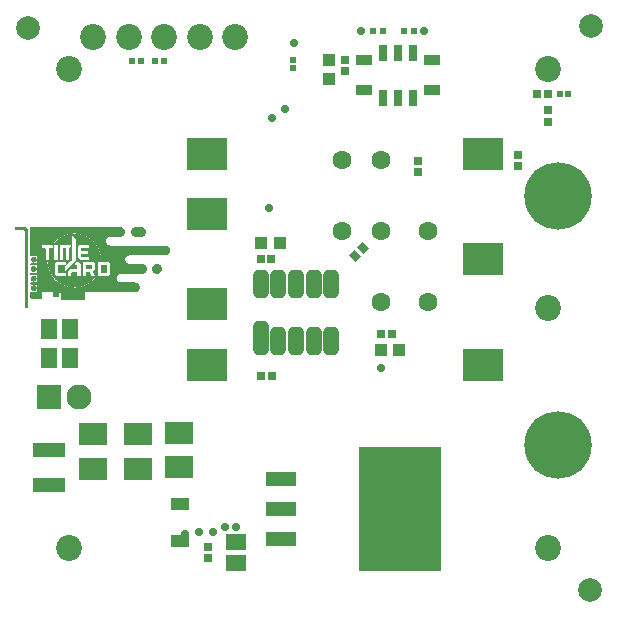
<source format=gts>
G04*
G04 #@! TF.GenerationSoftware,Altium Limited,Altium Designer,23.6.0 (18)*
G04*
G04 Layer_Color=8388736*
%FSLAX44Y44*%
%MOMM*%
G71*
G04*
G04 #@! TF.SameCoordinates,0D6CC9A4-690D-4EF8-AA6E-9FB67146BD04*
G04*
G04*
G04 #@! TF.FilePolarity,Negative*
G04*
G01*
G75*
%ADD18R,1.5000X1.0000*%
%ADD39R,7.0000X10.5500*%
%ADD40R,2.6500X1.1500*%
%ADD41R,0.5500X0.5500*%
%ADD42R,1.3500X0.9500*%
%ADD43R,0.7500X1.3500*%
G04:AMPARAMS|DCode=44|XSize=2.4mm|YSize=1.3mm|CornerRadius=0.41mm|HoleSize=0mm|Usage=FLASHONLY|Rotation=90.000|XOffset=0mm|YOffset=0mm|HoleType=Round|Shape=RoundedRectangle|*
%AMROUNDEDRECTD44*
21,1,2.4000,0.4800,0,0,90.0*
21,1,1.5800,1.3000,0,0,90.0*
1,1,0.8200,0.2400,0.7900*
1,1,0.8200,0.2400,-0.7900*
1,1,0.8200,-0.2400,-0.7900*
1,1,0.8200,-0.2400,0.7900*
%
%ADD44ROUNDEDRECTD44*%
G04:AMPARAMS|DCode=45|XSize=2.9mm|YSize=1.3mm|CornerRadius=0.41mm|HoleSize=0mm|Usage=FLASHONLY|Rotation=90.000|XOffset=0mm|YOffset=0mm|HoleType=Round|Shape=RoundedRectangle|*
%AMROUNDEDRECTD45*
21,1,2.9000,0.4800,0,0,90.0*
21,1,2.0800,1.3000,0,0,90.0*
1,1,0.8200,0.2400,1.0400*
1,1,0.8200,0.2400,-1.0400*
1,1,0.8200,-0.2400,-1.0400*
1,1,0.8200,-0.2400,1.0400*
%
%ADD45ROUNDEDRECTD45*%
%ADD46R,2.8000X1.2500*%
%ADD47R,0.7200X0.6700*%
%ADD48R,0.5400X0.5200*%
%ADD49R,3.5000X2.8000*%
%ADD50C,1.6000*%
%ADD51R,2.3300X1.9000*%
%ADD52R,1.7500X1.4000*%
%ADD53R,1.0500X1.1000*%
%ADD54R,1.1000X1.0500*%
%ADD55R,0.7200X0.7000*%
%ADD56R,1.4000X1.7500*%
%ADD57R,0.7000X0.7200*%
%ADD58R,0.6700X0.7200*%
G04:AMPARAMS|DCode=59|XSize=0.67mm|YSize=0.72mm|CornerRadius=0mm|HoleSize=0mm|Usage=FLASHONLY|Rotation=45.000|XOffset=0mm|YOffset=0mm|HoleType=Round|Shape=Rectangle|*
%AMROTATEDRECTD59*
4,1,4,0.0177,-0.4914,-0.4914,0.0177,-0.0177,0.4914,0.4914,-0.0177,0.0177,-0.4914,0.0*
%
%ADD59ROTATEDRECTD59*%

%ADD60C,2.0000*%
%ADD61R,0.5200X0.5400*%
%ADD62R,2.1200X2.1200*%
%ADD63C,2.1200*%
%ADD64C,2.1900*%
%ADD65C,5.7000*%
%ADD66C,0.1000*%
%ADD67C,0.7000*%
G36*
X13295Y322817D02*
X13337Y322803D01*
X13725Y322789D01*
X13767Y322775D01*
X13822Y322761D01*
X13892Y322734D01*
X13947Y322720D01*
X14141Y322692D01*
X14287Y322657D01*
X14405Y322595D01*
X14474Y322567D01*
X14564Y322533D01*
X14613Y322498D01*
X14682Y322456D01*
X14751Y322429D01*
X14842Y322394D01*
X14862Y322373D01*
X14890Y322359D01*
X15043Y322290D01*
X15140Y322234D01*
X15209Y322193D01*
X15278Y322165D01*
X15334Y322151D01*
X15410Y322089D01*
X15459Y322040D01*
X15486Y322026D01*
X15549Y321964D01*
X15563Y321936D01*
X15583Y321915D01*
X15611Y321902D01*
X15688Y321825D01*
X15701Y321797D01*
X15722Y321777D01*
X15750Y321763D01*
X15826Y321687D01*
X15840Y321659D01*
X15861Y321638D01*
X15889Y321624D01*
X15951Y321562D01*
X15965Y321534D01*
X15999Y321499D01*
X16027Y321485D01*
X16076Y321437D01*
X16090Y321409D01*
X16173Y321326D01*
X16201Y321257D01*
X16235Y321166D01*
X16270Y321118D01*
X16339Y321049D01*
X16381Y320979D01*
X16450Y320910D01*
X16499Y320778D01*
X16520Y320730D01*
X16589Y320619D01*
X16603Y320522D01*
X16617Y320466D01*
X16631Y320383D01*
X16728Y320175D01*
X16748Y320043D01*
X16804Y319904D01*
X16818Y319849D01*
X16832Y319766D01*
X16846Y319461D01*
X16859Y319086D01*
X16873Y318254D01*
X16880Y284798D01*
Y284784D01*
X16873Y255585D01*
X16880Y255537D01*
X16866Y255495D01*
X16873Y255266D01*
X16866Y255051D01*
X16880Y255010D01*
X16866Y254954D01*
X16852Y254857D01*
X16866Y254802D01*
X16873Y254726D01*
X16859Y254656D01*
X16846Y254601D01*
X16832Y254240D01*
X16804Y254171D01*
X16707Y254074D01*
X16637Y254046D01*
X16249Y254032D01*
X16207Y254018D01*
X16152Y254004D01*
X16020Y254025D01*
X15986Y254032D01*
X15944Y254018D01*
X15847Y254004D01*
X15708Y254018D01*
X15570Y254004D01*
X15285Y254011D01*
X15181Y254004D01*
X15140Y254018D01*
X15063Y254025D01*
X14980Y254011D01*
X14904Y254004D01*
X14862Y254018D01*
X14751Y254046D01*
X14405Y254060D01*
X14328Y254122D01*
X14273Y254178D01*
X14245Y254247D01*
X14231Y254635D01*
X14217Y254677D01*
X14204Y254774D01*
X14217Y254816D01*
X14231Y254899D01*
X14217Y254940D01*
X14204Y255038D01*
X14217Y255093D01*
X14211Y255336D01*
X14217Y255495D01*
X14204Y255537D01*
X14211Y255724D01*
X14197Y318337D01*
X14190Y318386D01*
X14204Y318428D01*
X14190Y318663D01*
X14176Y318705D01*
X14162Y319149D01*
X14134Y319218D01*
X14093Y319315D01*
X14079Y319371D01*
X14023Y319468D01*
X13968Y319523D01*
X13954Y319551D01*
X13892Y319627D01*
X13864Y319641D01*
X13801Y319704D01*
X13788Y319731D01*
X13753Y319766D01*
X13725Y319780D01*
X13649Y319842D01*
X13614Y319877D01*
X13545Y319904D01*
X13469Y319925D01*
X13295Y320015D01*
X13240Y320029D01*
X13129Y320043D01*
X13087Y320057D01*
X12990Y320099D01*
X12935Y320112D01*
X12754Y320126D01*
X12429Y320147D01*
X11860Y320161D01*
X6479Y320175D01*
X6389Y320182D01*
X6348Y320168D01*
X6098Y320182D01*
X6056Y320168D01*
X5890Y320182D01*
X5848Y320196D01*
X5515Y320210D01*
X5446Y320251D01*
X5370Y320314D01*
X5356Y320341D01*
X5328Y320411D01*
X5321Y320639D01*
X5328Y320716D01*
X5314Y320757D01*
X5293Y320848D01*
X5287Y320952D01*
X5300Y320993D01*
X5293Y321250D01*
X5300Y321368D01*
X5287Y321409D01*
X5293Y321749D01*
X5287Y321867D01*
X5300Y321908D01*
X5293Y322151D01*
X5307Y322207D01*
X5321Y322276D01*
X5328Y322352D01*
X5314Y322380D01*
X5328Y322422D01*
X5342Y322643D01*
X5391Y322706D01*
X5418Y322720D01*
X5446Y322761D01*
X5515Y322789D01*
X5897Y322810D01*
X5952Y322824D01*
X6084Y322831D01*
X6126Y322817D01*
X6375Y322831D01*
X6417Y322817D01*
X6597Y322831D01*
X13295Y322817D01*
D02*
G37*
G36*
X112090D02*
X112853Y322803D01*
X112894Y322789D01*
X113116Y322775D01*
X113213Y322734D01*
X113310Y322706D01*
X113511Y322685D01*
X113567Y322671D01*
X113636Y322643D01*
X113782Y322581D01*
X113879Y322567D01*
X113934Y322553D01*
X114024Y322519D01*
X114045Y322498D01*
X114170Y322442D01*
X114260Y322408D01*
X114337Y322359D01*
X114489Y322290D01*
X114558Y322248D01*
X114614Y322193D01*
X114642Y322179D01*
X114746Y322103D01*
X114753Y322082D01*
X114780Y322068D01*
X114919Y322012D01*
X114947Y321999D01*
X115030Y321915D01*
X115058Y321902D01*
X115106Y321867D01*
X115120Y321839D01*
X115148Y321811D01*
X115155Y321791D01*
X115183Y321777D01*
X115349Y321610D01*
X115370Y321603D01*
X115384Y321576D01*
X115411Y321548D01*
X115418Y321527D01*
X115446Y321513D01*
X115474Y321485D01*
X115501Y321472D01*
X115557Y321388D01*
X115633Y321312D01*
X115689Y321160D01*
X115751Y321083D01*
X115786Y321049D01*
X115800Y321021D01*
X115862Y320945D01*
X115897Y320910D01*
X115945Y320778D01*
X115980Y320730D01*
X116035Y320674D01*
X116049Y320647D01*
X116119Y320549D01*
X116160Y320508D01*
X116188Y320397D01*
X116202Y320286D01*
X116299Y320078D01*
X116327Y319967D01*
X116340Y319870D01*
X116410Y319717D01*
X116431Y319558D01*
X116444Y319475D01*
X116458Y319239D01*
X116472Y319100D01*
X116486Y318975D01*
X116500Y318920D01*
X116542Y318809D01*
X116576Y318719D01*
X116590Y318663D01*
X116576Y318539D01*
X116507Y318386D01*
X116493Y318330D01*
X116479Y318234D01*
X116465Y318178D01*
X116451Y317956D01*
X116431Y317810D01*
X116403Y317672D01*
X116340Y317526D01*
X116327Y317429D01*
X116299Y317318D01*
X116229Y317207D01*
X116202Y317138D01*
X116167Y317048D01*
X116139Y316978D01*
X116119Y316958D01*
X116105Y316930D01*
X116063Y316833D01*
X116042Y316687D01*
X116015Y316618D01*
X115938Y316542D01*
X115883Y316444D01*
X115814Y316375D01*
X115758Y316223D01*
X115675Y316139D01*
X115661Y316112D01*
X115612Y316049D01*
X115585Y316035D01*
X114967Y315418D01*
X114961Y315397D01*
X114933Y315384D01*
X114905Y315356D01*
X114877Y315342D01*
X114808Y315273D01*
X114739Y315245D01*
X114649Y315210D01*
X114565Y315155D01*
X114489Y315120D01*
X114399Y315086D01*
X114323Y315037D01*
X114170Y314968D01*
X114045Y314898D01*
X113920Y314843D01*
X113657Y314718D01*
X113525Y314697D01*
X113414Y314656D01*
X113352Y314635D01*
X113255Y314621D01*
X112728Y314593D01*
X111632Y314579D01*
X110412D01*
X107361Y314593D01*
X107319Y314607D01*
X106945Y314621D01*
X106903Y314635D01*
X106813Y314669D01*
X106695Y314704D01*
X106591Y314725D01*
X106480Y314767D01*
X106390Y314815D01*
X106279Y314843D01*
X106168Y314857D01*
X106071Y314912D01*
X105919Y314981D01*
X105849Y315009D01*
X105752Y315079D01*
X105600Y315134D01*
X105537Y315182D01*
X105524Y315210D01*
X105406Y315287D01*
X105336Y315356D01*
X105281Y315370D01*
X105191Y315404D01*
X105100Y315494D01*
X105031Y315536D01*
X105010Y315557D01*
X104997Y315585D01*
X104934Y315647D01*
X104906Y315661D01*
X104872Y315696D01*
X104858Y315723D01*
X104795Y315786D01*
X104768Y315800D01*
X104747Y315821D01*
X104733Y315848D01*
X104671Y315911D01*
X104643Y315924D01*
X104608Y315959D01*
X104567Y316028D01*
X104497Y316098D01*
X104469Y316167D01*
X104456Y316223D01*
X104359Y316375D01*
X104345Y316431D01*
X104275Y316556D01*
X104220Y316611D01*
X104206Y316639D01*
X104144Y316715D01*
X104095Y316763D01*
X104033Y316937D01*
X103977Y317020D01*
X103943Y317138D01*
X103922Y317256D01*
X103894Y317325D01*
X103859Y317401D01*
X103832Y317471D01*
X103818Y317526D01*
X103804Y317665D01*
X103790Y317776D01*
X103735Y317915D01*
X103721Y317970D01*
X103700Y318199D01*
X103686Y318421D01*
X103679Y318982D01*
X103693Y319024D01*
X103707Y319357D01*
X103721Y319398D01*
X103735Y319495D01*
X103762Y319565D01*
X103790Y319662D01*
X103839Y319960D01*
X103866Y320029D01*
X103929Y320175D01*
X103943Y320272D01*
X103963Y320362D01*
X103984Y320383D01*
X103998Y320411D01*
X104053Y320466D01*
X104067Y320494D01*
X104130Y320570D01*
X104151Y320591D01*
X104164Y320619D01*
X104220Y320743D01*
X104275Y320841D01*
X104345Y320993D01*
X104393Y321083D01*
X104421Y321097D01*
X104442Y321118D01*
X104456Y321146D01*
X104518Y321222D01*
X104594Y321284D01*
X104657Y321361D01*
X104733Y321423D01*
X104795Y321499D01*
X104823Y321513D01*
X104872Y321562D01*
X104886Y321590D01*
X104934Y321638D01*
X104962Y321652D01*
X105010Y321700D01*
X105024Y321728D01*
X105059Y321763D01*
X105087Y321777D01*
X105135Y321825D01*
X105149Y321853D01*
X105198Y321902D01*
X105225Y321915D01*
X105274Y321964D01*
X105288Y321992D01*
X105322Y322026D01*
X105350Y322040D01*
X105378Y322068D01*
X105406Y322082D01*
X105420Y322109D01*
X105447Y322123D01*
X105475Y322151D01*
X105551Y322172D01*
X105634Y322214D01*
X105718Y322269D01*
X105829Y322311D01*
X105898Y322338D01*
X105933Y322373D01*
X105960Y322387D01*
X106057Y322429D01*
X106127Y322456D01*
X106154Y322470D01*
X106252Y322539D01*
X106383Y322588D01*
X106453Y322616D01*
X106543Y322664D01*
X106598Y322678D01*
X106792Y322706D01*
X106938Y322741D01*
X107007Y322768D01*
X107077Y322782D01*
X107271Y322796D01*
X107507Y322810D01*
X108075Y322824D01*
X112048Y322831D01*
X112090Y322817D01*
D02*
G37*
G36*
X94644D02*
X94686Y322803D01*
X95060Y322789D01*
X95102Y322775D01*
X95171Y322761D01*
X95240Y322734D01*
X95296Y322720D01*
X95490Y322692D01*
X95636Y322657D01*
X95809Y322581D01*
X95906Y322567D01*
X95962Y322553D01*
X96052Y322519D01*
X96073Y322498D01*
X96100Y322484D01*
X96197Y322442D01*
X96287Y322408D01*
X96364Y322359D01*
X96516Y322290D01*
X96586Y322248D01*
X96641Y322193D01*
X96669Y322179D01*
X96773Y322103D01*
X96780Y322082D01*
X96808Y322068D01*
X96946Y322012D01*
X96974Y321999D01*
X97057Y321915D01*
X97085Y321902D01*
X97134Y321867D01*
X97147Y321839D01*
X97175Y321811D01*
X97182Y321791D01*
X97210Y321777D01*
X97827Y321160D01*
X97841Y321132D01*
X97924Y321049D01*
X97952Y320979D01*
X97965Y320924D01*
X98063Y320771D01*
X98076Y320716D01*
X98174Y320536D01*
X98215Y320438D01*
X98243Y320369D01*
X98298Y320272D01*
X98340Y320175D01*
X98361Y320043D01*
X98402Y319932D01*
X98437Y319856D01*
X98451Y319800D01*
X98465Y319704D01*
X98479Y319648D01*
X98499Y319405D01*
X98513Y319350D01*
X98576Y319149D01*
X98596Y318975D01*
X98610Y318726D01*
X98617Y318691D01*
X98603Y318650D01*
X98590Y318330D01*
X98576Y318289D01*
X98562Y318192D01*
X98534Y318123D01*
X98506Y318025D01*
X98492Y317970D01*
X98472Y317727D01*
X98458Y317644D01*
X98444Y317575D01*
X98416Y317505D01*
X98382Y317429D01*
X98354Y317332D01*
X98333Y317214D01*
X98305Y317145D01*
X98285Y317124D01*
X98215Y316971D01*
X98181Y316881D01*
X98132Y316819D01*
X98118Y316791D01*
X98090Y316722D01*
X98056Y316632D01*
X97979Y316556D01*
X97965Y316528D01*
X97868Y316403D01*
X97841Y316375D01*
X97792Y316243D01*
X97758Y316195D01*
X97702Y316139D01*
X97688Y316112D01*
X97660Y316084D01*
X97654Y316063D01*
X97626Y316049D01*
X96932Y315356D01*
X96905Y315342D01*
X96835Y315273D01*
X96766Y315245D01*
X96676Y315210D01*
X96613Y315148D01*
X96586Y315134D01*
X96558Y315106D01*
X96489Y315065D01*
X96419Y314995D01*
X96246Y314933D01*
X96225Y314912D01*
X96197Y314898D01*
X96100Y314857D01*
X96003Y314843D01*
X95948Y314829D01*
X95858Y314794D01*
X95767Y314746D01*
X95670Y314718D01*
X95573Y314704D01*
X95442Y314656D01*
X95379Y314635D01*
X95282Y314621D01*
X94755Y314593D01*
X93660Y314579D01*
X86226Y314565D01*
X86185Y314552D01*
X85727Y314538D01*
X85686Y314524D01*
X85575Y314510D01*
X85478Y314468D01*
X85367Y314441D01*
X85283Y314427D01*
X85103Y314343D01*
X85006Y314316D01*
X84909Y314302D01*
X84819Y314267D01*
X84715Y314205D01*
X84583Y314156D01*
X84507Y314108D01*
X84354Y314038D01*
X84229Y313969D01*
X84105Y313914D01*
X84008Y313858D01*
X83980Y313830D01*
X83952Y313817D01*
X83910Y313775D01*
X83883Y313761D01*
X83834Y313713D01*
X83820Y313685D01*
X83786Y313650D01*
X83758Y313636D01*
X83695Y313574D01*
X83682Y313546D01*
X83661Y313525D01*
X83633Y313511D01*
X83571Y313449D01*
X83557Y313421D01*
X83522Y313387D01*
X83494Y313373D01*
X83432Y313310D01*
X83418Y313283D01*
X83384Y313248D01*
X83356Y313234D01*
X83307Y313186D01*
X83293Y313158D01*
X83252Y313116D01*
X83238Y313088D01*
X83196Y313047D01*
X83148Y312915D01*
X83099Y312839D01*
X83030Y312686D01*
X83002Y312617D01*
X82933Y312520D01*
X82884Y312388D01*
X82815Y312277D01*
X82780Y312201D01*
X82746Y312111D01*
X82718Y312041D01*
X82697Y312021D01*
X82683Y311993D01*
X82655Y311924D01*
X82641Y311826D01*
X82628Y311771D01*
X82593Y311681D01*
X82558Y311563D01*
X82544Y311424D01*
X82531Y311244D01*
X82510Y310987D01*
X82503Y310842D01*
X82517Y310800D01*
X82537Y310474D01*
X82551Y310322D01*
X82565Y310239D01*
X82607Y310128D01*
X82628Y310051D01*
X82641Y309996D01*
X82662Y309892D01*
X82690Y309823D01*
X82766Y309649D01*
X82794Y309483D01*
X82850Y309386D01*
X82891Y309289D01*
X82919Y309219D01*
X82961Y309150D01*
X83030Y309081D01*
X83071Y309011D01*
X83141Y308942D01*
X83168Y308873D01*
X83203Y308783D01*
X83238Y308734D01*
X83293Y308678D01*
X83307Y308651D01*
X83508Y308450D01*
X83536Y308436D01*
X83557Y308415D01*
X83571Y308387D01*
X83647Y308311D01*
X83675Y308297D01*
X83695Y308276D01*
X83709Y308249D01*
X83786Y308172D01*
X83813Y308158D01*
X83834Y308138D01*
X83848Y308110D01*
X83910Y308048D01*
X83938Y308034D01*
X84008Y307964D01*
X84035Y307950D01*
X84105Y307923D01*
X84160Y307909D01*
X84236Y307846D01*
X84285Y307798D01*
X84313Y307784D01*
X84389Y307722D01*
X84424Y307687D01*
X84493Y307659D01*
X84625Y307611D01*
X84645Y307590D01*
X84673Y307576D01*
X84770Y307534D01*
X84867Y307521D01*
X84944Y307500D01*
X85013Y307472D01*
X85186Y307396D01*
X85318Y307375D01*
X85519Y307313D01*
X85658Y307299D01*
X86039Y307278D01*
X86594Y307264D01*
X132150Y307250D01*
X132691Y307236D01*
X132940Y307222D01*
X133211Y307202D01*
X133280Y307174D01*
X133377Y307146D01*
X133474Y307132D01*
X133689Y307111D01*
X133772Y307098D01*
X133828Y307084D01*
X133897Y307056D01*
X133973Y307021D01*
X134084Y306994D01*
X134188Y306973D01*
X134258Y306945D01*
X134278Y306924D01*
X134431Y306855D01*
X134521Y306820D01*
X134542Y306799D01*
X134570Y306786D01*
X134722Y306716D01*
X134847Y306647D01*
X134875Y306619D01*
X134951Y306598D01*
X135021Y306571D01*
X135069Y306536D01*
X135125Y306480D01*
X135152Y306467D01*
X135180Y306439D01*
X135208Y306425D01*
X135242Y306376D01*
X135305Y306314D01*
X135332Y306300D01*
X135402Y306231D01*
X135429Y306217D01*
X135499Y306189D01*
X135554Y306175D01*
X135631Y306113D01*
X135679Y306064D01*
X135707Y306050D01*
X135769Y305988D01*
X135783Y305960D01*
X135818Y305912D01*
X135846Y305898D01*
X135880Y305836D01*
X135929Y305704D01*
X136005Y305628D01*
X136019Y305600D01*
X136109Y305510D01*
X136137Y305496D01*
X136192Y305413D01*
X136269Y305336D01*
X136331Y305163D01*
X136366Y305128D01*
X136379Y305101D01*
X136435Y304976D01*
X136463Y304907D01*
X136532Y304809D01*
X136546Y304754D01*
X136574Y304685D01*
X136671Y304477D01*
X136699Y304282D01*
X136719Y304165D01*
X136768Y304005D01*
X136782Y303908D01*
X136803Y303651D01*
X136816Y303291D01*
X136823Y302868D01*
X136809Y302826D01*
X136796Y302355D01*
X136782Y302313D01*
X136768Y302091D01*
X136740Y302022D01*
X136712Y301925D01*
X136685Y301731D01*
X136664Y301627D01*
X136636Y301557D01*
X136615Y301537D01*
X136560Y301398D01*
X136525Y301308D01*
X136504Y301287D01*
X136490Y301259D01*
X136463Y301231D01*
X136393Y301051D01*
X136310Y300968D01*
X136296Y300940D01*
X136234Y300864D01*
X136213Y300843D01*
X136199Y300815D01*
X136158Y300718D01*
X136102Y300621D01*
X136033Y300552D01*
X136019Y300524D01*
X135804Y300309D01*
X135783Y300302D01*
X135769Y300275D01*
X135679Y300184D01*
X135658Y300177D01*
X135645Y300150D01*
X135416Y299921D01*
X135388Y299907D01*
X135353Y299858D01*
X135291Y299796D01*
X135263Y299782D01*
X135180Y299699D01*
X135111Y299671D01*
X135021Y299637D01*
X134937Y299581D01*
X134861Y299547D01*
X134771Y299512D01*
X134694Y299463D01*
X134570Y299408D01*
X134417Y299325D01*
X134265Y299255D01*
X134057Y299158D01*
X133862Y299130D01*
X133745Y299110D01*
X133585Y299061D01*
X133530Y299047D01*
X133162Y299027D01*
X132594Y299013D01*
X103596Y298999D01*
X103589Y298992D01*
X103547Y299006D01*
X103325Y298992D01*
X102632Y298978D01*
X102590Y298964D01*
X102271Y298950D01*
X102230Y298936D01*
X102161Y298909D01*
X102064Y298881D01*
X101925Y298867D01*
X101869Y298853D01*
X101758Y298839D01*
X101578Y298756D01*
X101523Y298742D01*
X101405Y298721D01*
X101315Y298687D01*
X101162Y298617D01*
X101107Y298603D01*
X100996Y298590D01*
X100871Y298520D01*
X100774Y298479D01*
X100684Y298444D01*
X100600Y298375D01*
X100580Y298354D01*
X100552Y298340D01*
X100524Y298312D01*
X100503Y298305D01*
X100490Y298278D01*
X100399Y298188D01*
X100372Y298174D01*
X100302Y298104D01*
X100233Y298076D01*
X100143Y298042D01*
X100094Y298007D01*
X100025Y297938D01*
X99997Y297924D01*
X99921Y297848D01*
X99907Y297820D01*
X99859Y297785D01*
X99810Y297737D01*
X99796Y297709D01*
X99754Y297667D01*
X99748Y297647D01*
X99727Y297640D01*
X99713Y297612D01*
X99685Y297543D01*
X99650Y297453D01*
X99560Y297362D01*
X99546Y297335D01*
X99484Y297258D01*
X99449Y297224D01*
X99422Y297154D01*
X99387Y297064D01*
X99332Y296981D01*
X99269Y296835D01*
X99214Y296738D01*
X99130Y296558D01*
X99061Y296406D01*
X99047Y296350D01*
X99026Y296177D01*
X98999Y295899D01*
X98985Y295816D01*
X98971Y295747D01*
X98957Y295691D01*
X98936Y295615D01*
X98922Y295560D01*
X98895Y295393D01*
X98881Y295254D01*
X98895Y295157D01*
X98916Y295026D01*
X98929Y294956D01*
X98943Y294901D01*
X98978Y294783D01*
X98992Y294727D01*
X99006Y294630D01*
X99019Y294492D01*
X99040Y294360D01*
X99054Y294305D01*
X99096Y294193D01*
X99130Y294103D01*
X99144Y294048D01*
X99165Y293930D01*
X99193Y293861D01*
X99214Y293840D01*
X99255Y293743D01*
X99290Y293653D01*
X99311Y293604D01*
X99380Y293535D01*
X99394Y293507D01*
X99422Y293479D01*
X99463Y293410D01*
X99484Y293389D01*
X99505Y293382D01*
X99519Y293354D01*
X99546Y293285D01*
X99581Y293195D01*
X99657Y293119D01*
X99671Y293091D01*
X99838Y292925D01*
X99845Y292904D01*
X99872Y292890D01*
X100101Y292661D01*
X100108Y292640D01*
X100136Y292626D01*
X100302Y292460D01*
X100330Y292446D01*
X100399Y292377D01*
X100552Y292321D01*
X100635Y292238D01*
X100663Y292224D01*
X100788Y292127D01*
X100912Y292072D01*
X101037Y292002D01*
X101065Y291975D01*
X101120Y291961D01*
X101190Y291933D01*
X101426Y291822D01*
X101550Y291808D01*
X101620Y291780D01*
X101758Y291739D01*
X101814Y291725D01*
X102258Y291711D01*
X102299Y291697D01*
X102764Y291690D01*
X102799Y291697D01*
X102840Y291683D01*
X113241Y291670D01*
X113283Y291656D01*
X113699Y291642D01*
X113740Y291628D01*
X113816Y291607D01*
X113907Y291572D01*
X114101Y291545D01*
X114212Y291531D01*
X114281Y291503D01*
X114434Y291434D01*
X114531Y291420D01*
X114621Y291399D01*
X114690Y291371D01*
X114711Y291351D01*
X114739Y291337D01*
X114864Y291281D01*
X114954Y291247D01*
X114974Y291226D01*
X115002Y291212D01*
X115071Y291170D01*
X115162Y291136D01*
X115231Y291108D01*
X115266Y291073D01*
X115293Y291059D01*
X115391Y291018D01*
X115460Y290990D01*
X115536Y290928D01*
X115571Y290893D01*
X115598Y290879D01*
X115661Y290817D01*
X115675Y290789D01*
X115709Y290754D01*
X115737Y290740D01*
X115814Y290678D01*
X115848Y290643D01*
X116001Y290588D01*
X116174Y290415D01*
X116195Y290338D01*
X116223Y290269D01*
X116299Y290193D01*
X116313Y290165D01*
X116375Y290089D01*
X116403Y290075D01*
X116479Y289998D01*
X116486Y289978D01*
X116514Y289964D01*
X116590Y289888D01*
X116604Y289860D01*
X116687Y289777D01*
X116715Y289707D01*
X116750Y289617D01*
X116784Y289569D01*
X116854Y289499D01*
X116895Y289430D01*
X116958Y289354D01*
X116978Y289291D01*
X116992Y289194D01*
X117006Y289111D01*
X117075Y289014D01*
X117110Y288924D01*
X117152Y288813D01*
X117179Y288743D01*
X117200Y288681D01*
X117214Y288626D01*
X117235Y288244D01*
X117256Y287419D01*
X117242Y287377D01*
X117235Y287010D01*
X117242Y286878D01*
X117228Y286837D01*
X117207Y286455D01*
X117193Y286386D01*
X117166Y286317D01*
X117131Y286199D01*
X117117Y286143D01*
X117103Y286046D01*
X117048Y285949D01*
X116992Y285824D01*
X116909Y285672D01*
X116854Y285547D01*
X116770Y285394D01*
X116729Y285297D01*
X116659Y285173D01*
X116590Y285103D01*
X116576Y285075D01*
X116500Y284999D01*
X116472Y284985D01*
X116438Y284937D01*
X116389Y284888D01*
X116361Y284874D01*
X116327Y284840D01*
X116313Y284812D01*
X116250Y284750D01*
X116223Y284736D01*
X116202Y284715D01*
X116188Y284687D01*
X116112Y284611D01*
X116084Y284597D01*
X116063Y284576D01*
X116049Y284548D01*
X115848Y284347D01*
X115820Y284333D01*
X115800Y284313D01*
X115786Y284285D01*
X115723Y284223D01*
X115696Y284209D01*
X115612Y284125D01*
X115543Y284098D01*
X115453Y284063D01*
X115404Y284028D01*
X115391Y284001D01*
X115363Y283987D01*
X115238Y283890D01*
X115196Y283848D01*
X115023Y283786D01*
X115002Y283765D01*
X114877Y283709D01*
X114822Y283696D01*
X114690Y283675D01*
X114489Y283571D01*
X114350Y283515D01*
X114226Y283460D01*
X114052Y283439D01*
X113900Y283425D01*
X113775Y283411D01*
X113595Y283384D01*
X113539Y283370D01*
X113477Y283349D01*
X113338Y283335D01*
X112811Y283307D01*
X112305Y283300D01*
X112284Y283307D01*
X112242Y283293D01*
X95275Y283286D01*
X95240Y283293D01*
X95199Y283279D01*
X94589Y283266D01*
X94547Y283252D01*
X94270Y283238D01*
X94145Y283182D01*
X94076Y283155D01*
X93951Y283085D01*
X93826Y283030D01*
X93673Y282947D01*
X93549Y282891D01*
X93396Y282808D01*
X93299Y282766D01*
X93174Y282697D01*
X93119Y282642D01*
X93091Y282628D01*
X93042Y282593D01*
X93029Y282565D01*
X92952Y282489D01*
X92925Y282475D01*
X92841Y282392D01*
X92772Y282364D01*
X92682Y282330D01*
X92564Y282212D01*
X92543Y282205D01*
X92529Y282177D01*
X92488Y282080D01*
X92432Y281983D01*
X92363Y281914D01*
X92321Y281844D01*
X92252Y281775D01*
X92197Y281622D01*
X92148Y281560D01*
X92127Y281553D01*
X92113Y281525D01*
X92016Y281400D01*
X91988Y281373D01*
X91961Y281303D01*
X91926Y281213D01*
X91850Y281068D01*
X91836Y281012D01*
X91822Y280915D01*
X91774Y280783D01*
X91711Y280638D01*
X91690Y280450D01*
X91676Y280367D01*
X91663Y280312D01*
X91621Y280201D01*
X91607Y280145D01*
X91593Y280062D01*
X91566Y279729D01*
X91559Y279681D01*
X91572Y279639D01*
X91593Y279341D01*
X91607Y279258D01*
X91621Y279202D01*
X91649Y279133D01*
X91670Y279057D01*
X91683Y279001D01*
X91697Y278863D01*
X91711Y278807D01*
X91725Y278710D01*
X91808Y278530D01*
X91857Y278315D01*
X91947Y278141D01*
X91981Y278051D01*
X92016Y278003D01*
X92044Y277975D01*
X92058Y277947D01*
X92086Y277920D01*
X92099Y277892D01*
X92127Y277864D01*
X92141Y277836D01*
X92210Y277767D01*
X92231Y277691D01*
X92259Y277621D01*
X92335Y277545D01*
X92349Y277517D01*
X92377Y277490D01*
X92391Y277462D01*
X92439Y277427D01*
X92515Y277351D01*
X92522Y277330D01*
X92550Y277316D01*
X92779Y277087D01*
X92793Y277060D01*
X92841Y277025D01*
X92918Y276949D01*
X92925Y276928D01*
X92952Y276914D01*
X93042Y276824D01*
X93049Y276803D01*
X93077Y276789D01*
X93119Y276748D01*
X93146Y276734D01*
X93216Y276665D01*
X93389Y276602D01*
X93410Y276581D01*
X93438Y276567D01*
X93465Y276540D01*
X93521Y276526D01*
X93618Y276484D01*
X93757Y276401D01*
X93826Y276373D01*
X93916Y276339D01*
X94062Y276262D01*
X94117Y276248D01*
X94235Y276228D01*
X94346Y276186D01*
X94506Y276138D01*
X94603Y276124D01*
X94908Y276110D01*
X94949Y276096D01*
X95150Y276075D01*
X95233Y276061D01*
X95344Y276034D01*
X95497Y276020D01*
X96114Y275985D01*
X97418Y275971D01*
X107458Y275957D01*
X107500Y275943D01*
X107874Y275930D01*
X107943Y275902D01*
X108041Y275860D01*
X108138Y275846D01*
X108193Y275833D01*
X108269Y275812D01*
X108429Y275735D01*
X108526Y275708D01*
X108637Y275694D01*
X108734Y275638D01*
X108886Y275569D01*
X108956Y275541D01*
X109053Y275472D01*
X109185Y275423D01*
X109254Y275382D01*
X109268Y275354D01*
X109330Y275306D01*
X109358Y275292D01*
X109406Y275243D01*
X109420Y275215D01*
X109455Y275181D01*
X109483Y275167D01*
X109559Y275104D01*
X109608Y275056D01*
X109712Y275035D01*
X109760Y275014D01*
X109781Y274993D01*
X109795Y274938D01*
X109816Y274848D01*
X109850Y274799D01*
X109927Y274778D01*
X109996Y274765D01*
X110044Y274730D01*
X110072Y274633D01*
X110086Y274577D01*
X110169Y274494D01*
X110183Y274466D01*
X110246Y274390D01*
X110322Y274328D01*
X110384Y274238D01*
X110412Y274224D01*
X110433Y274203D01*
X110461Y274134D01*
X110474Y274078D01*
X110530Y273981D01*
X110557Y273953D01*
X110585Y273884D01*
X110620Y273794D01*
X110689Y273683D01*
X110724Y273607D01*
X110772Y273475D01*
X110793Y273454D01*
X110849Y273329D01*
X110863Y273232D01*
X110877Y273177D01*
X110946Y272997D01*
X110960Y272941D01*
X110981Y272754D01*
X110994Y272643D01*
X111008Y272449D01*
X111022Y272282D01*
X111036Y272213D01*
X111078Y272102D01*
X111105Y272033D01*
X111126Y271956D01*
X111112Y271804D01*
X111057Y271679D01*
X111015Y271513D01*
X110994Y271187D01*
X110967Y270965D01*
X110953Y270840D01*
X110877Y270653D01*
X110863Y270556D01*
X110849Y270500D01*
X110814Y270410D01*
X110738Y270237D01*
X110717Y270105D01*
X110689Y270036D01*
X110627Y269932D01*
X110571Y269779D01*
X110509Y269703D01*
X110474Y269668D01*
X110461Y269641D01*
X110398Y269564D01*
X110363Y269529D01*
X110336Y269460D01*
X110301Y269370D01*
X110211Y269280D01*
X110169Y269211D01*
X110148Y269190D01*
X110121Y269176D01*
X110058Y269114D01*
X110044Y269086D01*
X110024Y269065D01*
X109996Y269051D01*
X109906Y268961D01*
X109899Y268940D01*
X109871Y268926D01*
X109767Y268822D01*
X109760Y268801D01*
X109732Y268788D01*
X109656Y268711D01*
X109642Y268684D01*
X109621Y268663D01*
X109594Y268649D01*
X109531Y268587D01*
X109517Y268559D01*
X109483Y268524D01*
X109455Y268510D01*
X109393Y268448D01*
X109379Y268420D01*
X109344Y268385D01*
X109316Y268372D01*
X109240Y268309D01*
X109205Y268274D01*
X109074Y268226D01*
X109025Y268205D01*
X108997Y268177D01*
X108970Y268164D01*
X108873Y268122D01*
X108803Y268094D01*
X108706Y268039D01*
X108609Y267997D01*
X108512Y267983D01*
X108436Y267962D01*
X108366Y267935D01*
X108304Y267914D01*
X108249Y267900D01*
X108068Y267886D01*
X107638Y267872D01*
X107292Y267858D01*
X66388Y267852D01*
X66326Y267858D01*
X66284Y267845D01*
X66056Y267852D01*
X65813Y267845D01*
X65785Y267858D01*
X65743Y267845D01*
X65203Y267803D01*
X65120Y267789D01*
X65036Y267734D01*
X65009Y267720D01*
X64932Y267657D01*
X64849Y267477D01*
X64828Y267151D01*
X64814Y266957D01*
X64808Y266742D01*
X64821Y266714D01*
X64808Y266673D01*
X64801Y266000D01*
X64808Y263247D01*
X64794Y263206D01*
X64780Y262041D01*
X64766Y261999D01*
X64752Y261653D01*
X64683Y261500D01*
X64648Y261410D01*
X64620Y261354D01*
X64592Y261341D01*
X64516Y261264D01*
X64502Y261236D01*
X64426Y261202D01*
X64294Y261153D01*
X64218Y261119D01*
X64121Y261105D01*
X63740Y261084D01*
X63171Y261070D01*
X53790Y261063D01*
X53748Y261077D01*
X52999Y261091D01*
X52957Y261105D01*
X52722Y261119D01*
X52569Y261188D01*
X52479Y261223D01*
X52403Y261299D01*
X52375Y261313D01*
X52299Y261375D01*
X52243Y261458D01*
X52229Y261486D01*
X52188Y261583D01*
X52181Y261798D01*
X52188Y261902D01*
X52174Y261944D01*
X52160Y261999D01*
X52167Y262214D01*
X52146Y262360D01*
X52160Y262401D01*
X52153Y262644D01*
X52160Y262817D01*
X52146Y262859D01*
X52160Y263067D01*
X52146Y263109D01*
X52132Y264662D01*
X52118Y264704D01*
X52105Y265106D01*
X52049Y265231D01*
X52021Y265300D01*
X52007Y265355D01*
X51938Y265452D01*
X51834Y265556D01*
X51779Y265570D01*
X51744Y265577D01*
X51688Y265563D01*
X51605Y265494D01*
X51522Y265411D01*
X51494Y265341D01*
X51446Y265210D01*
X51411Y265119D01*
X51397Y265064D01*
X51383Y264634D01*
X51370Y264593D01*
X51356Y263497D01*
X51349Y262408D01*
X51356Y262290D01*
X51342Y262249D01*
X51349Y262020D01*
X51335Y261951D01*
X51321Y261729D01*
X51307Y261549D01*
X51203Y261375D01*
X51155Y261327D01*
X51127Y261313D01*
X51044Y261230D01*
X50974Y261202D01*
X50842Y261153D01*
X50766Y261119D01*
X50711Y261105D01*
X50274Y261084D01*
X49719Y261070D01*
X45940Y261063D01*
X45899Y261077D01*
X45136Y261091D01*
X45094Y261105D01*
X44872Y261119D01*
X44748Y261174D01*
X44658Y261209D01*
X44581Y261257D01*
X44526Y261313D01*
X44498Y261327D01*
X44422Y261403D01*
X44408Y261431D01*
X44352Y261514D01*
X44338Y261569D01*
X44318Y261937D01*
X44304Y262006D01*
X44297Y262110D01*
X44311Y262152D01*
X44297Y262401D01*
X44311Y262443D01*
X44297Y262665D01*
X44290Y266083D01*
X44297Y266243D01*
X44283Y266284D01*
X44297Y266520D01*
X44283Y266562D01*
X44269Y266659D01*
X44248Y267054D01*
X44234Y267137D01*
X44200Y267214D01*
X44137Y267387D01*
X44117Y267408D01*
X44103Y267435D01*
X44033Y267505D01*
X44019Y267533D01*
X43957Y267595D01*
X43888Y267637D01*
X43846Y267678D01*
X43777Y267706D01*
X43576Y267741D01*
X43527Y267775D01*
X43402Y267831D01*
X43278Y267817D01*
X43180Y267747D01*
X43111Y267720D01*
X43021Y267685D01*
X42959Y267623D01*
X42931Y267609D01*
X42903Y267581D01*
X42875Y267567D01*
X42827Y267519D01*
X42813Y267491D01*
X42778Y267456D01*
X42751Y267442D01*
X42702Y267394D01*
X42647Y267297D01*
X42619Y267227D01*
X42605Y267172D01*
X42619Y267117D01*
X42605Y266978D01*
X42577Y266631D01*
X42563Y266590D01*
X42577Y266493D01*
X42570Y266264D01*
X42577Y266104D01*
X42563Y266063D01*
X42570Y265889D01*
X42557Y264988D01*
X42550Y264939D01*
X42563Y264898D01*
X42550Y264717D01*
X42529Y264170D01*
X42515Y264059D01*
X42487Y263989D01*
X42439Y263871D01*
X42425Y263816D01*
X42362Y263740D01*
X42328Y263705D01*
X42314Y263677D01*
X42251Y263601D01*
X42127Y263504D01*
X41877Y263393D01*
X41766Y263365D01*
X41315Y263344D01*
X41267Y263337D01*
X41225Y263351D01*
X41045Y263337D01*
X39616Y263324D01*
X39270Y263337D01*
X38819Y263344D01*
X38757Y263337D01*
X38715Y263351D01*
X38264Y263372D01*
X38209Y263386D01*
X38063Y263449D01*
X37973Y263483D01*
X37952Y263504D01*
X37925Y263518D01*
X37855Y263587D01*
X37827Y263601D01*
X37765Y263663D01*
X37751Y263691D01*
X37682Y263761D01*
X37668Y263788D01*
X37626Y263885D01*
X37592Y263975D01*
X37557Y264052D01*
X37543Y264190D01*
X37515Y265119D01*
X37502Y266423D01*
X37488Y267657D01*
X37439Y267706D01*
X37349Y267727D01*
X37238Y267768D01*
X37162Y267803D01*
X36794Y267824D01*
X36572Y267838D01*
X35726Y267852D01*
X29840Y267858D01*
X29798Y267845D01*
X28772Y267831D01*
X28730Y267817D01*
X28390Y267796D01*
X28321Y267768D01*
X28245Y267734D01*
X28155Y267713D01*
X28106Y267692D01*
X28071Y267657D01*
X28058Y267560D01*
X28051Y263643D01*
X28058Y263469D01*
X28044Y263428D01*
X28058Y263220D01*
X28044Y263178D01*
X28051Y262949D01*
X28037Y262894D01*
X28023Y262810D01*
X28016Y262748D01*
X28030Y262720D01*
X28016Y262679D01*
X28002Y262457D01*
X27940Y262381D01*
X27884Y262325D01*
X27787Y262297D01*
X27434Y262277D01*
X27364Y262263D01*
X27302Y262256D01*
X27260Y262270D01*
X27170Y262277D01*
X27059Y262263D01*
X27038Y262256D01*
X26997Y262270D01*
X26740Y262263D01*
X26553Y262270D01*
X26511Y262256D01*
X26331Y262270D01*
X26290Y262256D01*
X20236Y262263D01*
X20118Y262256D01*
X20077Y262270D01*
X19848Y262263D01*
X19633Y262270D01*
X19605Y262256D01*
X19564Y262270D01*
X19473Y262277D01*
X19362Y262263D01*
X19300Y262256D01*
X19259Y262270D01*
X19161Y262284D01*
X18836Y262304D01*
X18766Y262332D01*
X18669Y262429D01*
X18641Y262498D01*
X18628Y262887D01*
X18614Y262928D01*
X18600Y262984D01*
X18614Y263164D01*
X18600Y263303D01*
X18614Y263400D01*
X18600Y263580D01*
X18614Y263691D01*
X18600Y263733D01*
Y265660D01*
Y265674D01*
X18607Y266610D01*
X18600Y266770D01*
X18614Y266811D01*
X18600Y267033D01*
X18614Y267075D01*
X18607Y267304D01*
X18621Y267359D01*
X18634Y267428D01*
X18648Y267775D01*
X18718Y267886D01*
X18766Y267962D01*
X18787Y267983D01*
X18884Y268039D01*
X18981Y268080D01*
X19224Y268087D01*
X19272Y268080D01*
X19314Y268094D01*
X19418Y268115D01*
X19522Y268122D01*
X19564Y268108D01*
X19813Y268122D01*
X19855Y268108D01*
X20077Y268122D01*
X20153Y268115D01*
X24369Y268129D01*
X24417Y268150D01*
X24438Y268171D01*
X24452Y268226D01*
X24466Y268323D01*
X24452Y274161D01*
X24403Y274224D01*
X24306Y274238D01*
X20264Y274245D01*
X20104Y274238D01*
X20063Y274251D01*
X19834Y274245D01*
X19661Y274251D01*
X19619Y274238D01*
X19522Y274251D01*
X19293Y274245D01*
X19224Y274258D01*
X18988Y274272D01*
X18822Y274286D01*
X18745Y274335D01*
X18655Y274425D01*
X18641Y274522D01*
X18614Y274924D01*
X18600Y274966D01*
X18614Y275243D01*
X18600Y275285D01*
X18614Y275507D01*
X18628Y275548D01*
X18648Y275902D01*
X18683Y275950D01*
X18704Y275985D01*
X18731Y275999D01*
X18773Y276040D01*
X18842Y276068D01*
X19210Y276089D01*
X19265Y276103D01*
X19383Y276110D01*
X19425Y276096D01*
X19668Y276103D01*
X19799Y276096D01*
X19841Y276110D01*
X19973Y276103D01*
X19993Y276110D01*
X20007Y276096D01*
X20049Y276110D01*
X24390Y276124D01*
X24438Y276158D01*
X24466Y276269D01*
X24452Y282149D01*
X24403Y282212D01*
X24306Y282225D01*
X20084Y282232D01*
X19952Y282225D01*
X19910Y282239D01*
X19695Y282232D01*
X19612Y282246D01*
X19605Y282253D01*
X19564Y282239D01*
X19425Y282225D01*
X19383Y282239D01*
X19272Y282267D01*
X18926Y282281D01*
X18898Y282309D01*
X18870Y282323D01*
X18752Y282399D01*
X18738Y282427D01*
X18669Y282524D01*
X18641Y282593D01*
X18621Y282960D01*
X18607Y283044D01*
X18600Y283217D01*
X18614Y283259D01*
X18600Y283536D01*
X18614Y283578D01*
X18628Y283758D01*
X18655Y284049D01*
X18773Y284167D01*
X18884Y284195D01*
X18960Y284188D01*
X19196Y284202D01*
X19252Y284216D01*
X19411Y284223D01*
X19453Y284209D01*
X19633Y284223D01*
X24376Y284236D01*
X24438Y284285D01*
X24452Y284340D01*
X24466Y284438D01*
X24452Y290276D01*
X24424Y290304D01*
X24417Y290324D01*
X24320Y290352D01*
X19848Y290359D01*
X19675Y290352D01*
X19633Y290366D01*
X19397Y290352D01*
X19328Y290380D01*
X18939Y290394D01*
X18842Y290463D01*
X18773Y290505D01*
X18738Y290539D01*
X18724Y290567D01*
X18655Y290678D01*
X18641Y290734D01*
X18621Y291018D01*
X18607Y291157D01*
X18600Y291455D01*
X18614Y291496D01*
X18628Y291857D01*
X18641Y291898D01*
X18655Y292037D01*
X18724Y292190D01*
X18745Y292280D01*
X18766Y292301D01*
X18773Y292321D01*
X18842Y292349D01*
X24403Y292363D01*
X24438Y292398D01*
X24452Y292453D01*
X24466Y292550D01*
X24452Y298389D01*
X24403Y298451D01*
X24348Y298465D01*
X19931Y298472D01*
X19841Y298465D01*
X19799Y298479D01*
X19570Y298472D01*
X19501Y298486D01*
X19453Y298493D01*
X19411Y298479D01*
X19314Y298465D01*
X19147Y298506D01*
X18787Y298520D01*
X18655Y298652D01*
X18641Y298749D01*
X18628Y299096D01*
X18614Y299137D01*
X18600Y299193D01*
X18614Y299373D01*
X18600Y299512D01*
X18614Y299609D01*
X18600Y299789D01*
X18614Y299914D01*
X18600Y299956D01*
X18614Y321978D01*
X18628Y322019D01*
X18648Y322470D01*
X18662Y322526D01*
X18711Y322643D01*
X18738Y322741D01*
X18780Y322810D01*
X18856Y322831D01*
X94644Y322817D01*
D02*
G37*
G36*
X21907Y297785D02*
X21949Y297771D01*
X22143Y297757D01*
X22295Y297688D01*
X22365Y297661D01*
X22490Y297591D01*
X22615Y297536D01*
X22739Y297466D01*
X22864Y297411D01*
X22989Y297341D01*
X23017Y297300D01*
X23044Y297286D01*
X23121Y297224D01*
X23183Y297134D01*
X23211Y297120D01*
X23232Y297099D01*
X23259Y297029D01*
X23280Y296953D01*
X23315Y296905D01*
X23384Y296835D01*
X23398Y296808D01*
X23460Y296731D01*
X23495Y296697D01*
X23509Y296669D01*
X23537Y296600D01*
X23571Y296509D01*
X23634Y296406D01*
X23661Y296294D01*
X23682Y296177D01*
X23745Y296017D01*
X23772Y295823D01*
X23793Y295428D01*
X23800Y295282D01*
X23786Y295240D01*
X23772Y294852D01*
X23759Y294811D01*
X23745Y294658D01*
X23675Y294506D01*
X23641Y294415D01*
X23592Y294339D01*
X23523Y294187D01*
X23454Y294062D01*
X23398Y293937D01*
X23342Y293840D01*
X23287Y293784D01*
X23273Y293757D01*
X23211Y293680D01*
X23183Y293666D01*
X23135Y293618D01*
X23121Y293590D01*
X23072Y293542D01*
X23003Y293500D01*
X22933Y293431D01*
X22878Y293417D01*
X22788Y293382D01*
X22698Y293292D01*
X22601Y293237D01*
X22545Y293181D01*
X22476Y293153D01*
X22427Y293146D01*
X22420Y293140D01*
X22295Y293126D01*
X22115Y293043D01*
X22004Y293015D01*
X21810Y293001D01*
X21741Y292973D01*
X21651Y292938D01*
X21574Y292918D01*
X21519Y292904D01*
X21422Y292890D01*
X21366Y292876D01*
X21186Y292890D01*
X21144Y292904D01*
X21054Y292925D01*
X20985Y292952D01*
X20826Y293001D01*
X20687Y293015D01*
X20576Y293029D01*
X20340Y293140D01*
X20250Y293174D01*
X20229Y293195D01*
X20201Y293209D01*
X20118Y293264D01*
X20042Y293285D01*
X19993Y293306D01*
X19917Y293368D01*
X19883Y293403D01*
X19855Y293417D01*
X19792Y293479D01*
X19778Y293507D01*
X19744Y293542D01*
X19716Y293556D01*
X19668Y293604D01*
X19654Y293632D01*
X19619Y293666D01*
X19591Y293680D01*
X19529Y293743D01*
X19515Y293771D01*
X19480Y293805D01*
X19453Y293819D01*
X19404Y293868D01*
X19390Y293895D01*
X19307Y293979D01*
X19293Y294006D01*
X19265Y294076D01*
X19252Y294131D01*
X19154Y294270D01*
X19134Y294346D01*
X19106Y294415D01*
X19044Y294533D01*
X19016Y294630D01*
X18967Y294928D01*
X18946Y294977D01*
X18919Y295046D01*
X18905Y295102D01*
X18891Y295199D01*
X18877Y295338D01*
X18891Y295657D01*
X18905Y295698D01*
X18919Y295795D01*
X18988Y295948D01*
X19002Y296128D01*
X19037Y296274D01*
X19113Y296419D01*
X19147Y296509D01*
X19175Y296579D01*
X19210Y296614D01*
X19224Y296641D01*
X19265Y296738D01*
X19300Y296828D01*
X19390Y296919D01*
X19404Y296946D01*
X19605Y297147D01*
X19633Y297161D01*
X19654Y297182D01*
X19668Y297210D01*
X19883Y297425D01*
X19910Y297439D01*
X19980Y297508D01*
X20049Y297536D01*
X20139Y297570D01*
X20285Y297647D01*
X20396Y297674D01*
X20500Y297695D01*
X20617Y297744D01*
X20673Y297757D01*
X20812Y297771D01*
X20992Y297785D01*
X21297Y297799D01*
X21907Y297785D01*
D02*
G37*
G36*
X21588Y289797D02*
X21734Y289777D01*
X21789Y289763D01*
X21866Y289728D01*
X21963Y289700D01*
X22122Y289680D01*
X22205Y289666D01*
X22261Y289652D01*
X22406Y289576D01*
X22538Y289527D01*
X22615Y289478D01*
X22642Y289451D01*
X22816Y289388D01*
X22906Y289298D01*
X22933Y289284D01*
X22968Y289263D01*
X22982Y289236D01*
X23273Y288944D01*
X23287Y288917D01*
X23370Y288834D01*
X23419Y288702D01*
X23488Y288591D01*
X23523Y288515D01*
X23558Y288424D01*
X23627Y288314D01*
X23675Y288196D01*
X23710Y288106D01*
X23745Y288029D01*
X23759Y287932D01*
X23786Y287558D01*
X23800Y287267D01*
X23786Y287225D01*
X23765Y286816D01*
X23738Y286649D01*
X23689Y286532D01*
X23661Y286421D01*
X23648Y286324D01*
X23592Y286226D01*
X23537Y286102D01*
X23502Y286012D01*
X23412Y285921D01*
X23398Y285894D01*
X23336Y285817D01*
X23301Y285783D01*
X23259Y285686D01*
X23245Y285630D01*
X23183Y285554D01*
X23155Y285540D01*
X23121Y285505D01*
X23107Y285478D01*
X23086Y285457D01*
X23017Y285429D01*
X22926Y285394D01*
X22878Y285360D01*
X22809Y285290D01*
X22781Y285277D01*
X22705Y285214D01*
X22670Y285179D01*
X22497Y285117D01*
X22476Y285096D01*
X22351Y285041D01*
X22295Y285027D01*
X22178Y285006D01*
X22108Y284978D01*
X22018Y284944D01*
X21879Y284930D01*
X21824Y284916D01*
X21443Y284895D01*
X21242Y284888D01*
X21200Y284902D01*
X20826Y284916D01*
X20784Y284930D01*
X20645Y284944D01*
X20493Y285013D01*
X20403Y285048D01*
X20326Y285096D01*
X20174Y285166D01*
X20049Y285235D01*
X19924Y285290D01*
X19827Y285346D01*
X19772Y285401D01*
X19744Y285415D01*
X19668Y285478D01*
X19654Y285505D01*
X19591Y285568D01*
X19564Y285582D01*
X19543Y285602D01*
X19529Y285630D01*
X19467Y285693D01*
X19439Y285706D01*
X19404Y285741D01*
X19390Y285769D01*
X19328Y285845D01*
X19293Y285880D01*
X19265Y285949D01*
X19252Y286005D01*
X19196Y286102D01*
X19141Y286226D01*
X19113Y286393D01*
X19016Y286601D01*
X19002Y286698D01*
X18974Y286809D01*
X18919Y286934D01*
X18905Y286989D01*
X18891Y287086D01*
X18863Y287391D01*
X18877Y287433D01*
X18898Y287689D01*
X18912Y287759D01*
X18960Y287877D01*
X18988Y287946D01*
X19002Y288043D01*
X19023Y288133D01*
X19127Y288334D01*
X19161Y288424D01*
X19210Y288501D01*
X19265Y288626D01*
X19321Y288723D01*
X19362Y288764D01*
X19376Y288792D01*
X19404Y288820D01*
X19418Y288848D01*
X19439Y288868D01*
X19467Y288882D01*
X19543Y288958D01*
X19557Y288986D01*
X19577Y289007D01*
X19605Y289021D01*
X19681Y289097D01*
X19695Y289125D01*
X19716Y289146D01*
X19744Y289160D01*
X19806Y289222D01*
X19820Y289250D01*
X19855Y289284D01*
X19883Y289298D01*
X19959Y289361D01*
X19993Y289395D01*
X20063Y289423D01*
X20118Y289437D01*
X20271Y289534D01*
X20403Y289583D01*
X20465Y289617D01*
X20479D01*
X20604Y289673D01*
X20742Y289687D01*
X20867Y289700D01*
X20964Y289742D01*
X21034Y289770D01*
X21089Y289783D01*
X21249Y289804D01*
X21547Y289811D01*
X21588Y289797D01*
D02*
G37*
G36*
X126173Y291649D02*
X126228Y291635D01*
X126298Y291621D01*
X126388Y291586D01*
X126499Y291559D01*
X126672Y291538D01*
X126783Y291510D01*
X126852Y291482D01*
X126873Y291462D01*
X127012Y291420D01*
X127123Y291406D01*
X127331Y291309D01*
X127442Y291281D01*
X127553Y291267D01*
X127629Y291205D01*
X127663Y291170D01*
X127761Y291115D01*
X127830Y291045D01*
X127899Y291018D01*
X127920Y291011D01*
X127927Y291004D01*
X127983Y290990D01*
X128066Y290907D01*
X128093Y290893D01*
X128121Y290865D01*
X128149Y290851D01*
X128184Y290803D01*
X128246Y290740D01*
X128274Y290727D01*
X128343Y290657D01*
X128371Y290643D01*
X128440Y290616D01*
X128496Y290602D01*
X128572Y290539D01*
X128620Y290491D01*
X128648Y290477D01*
X128724Y290401D01*
X128738Y290373D01*
X128759Y290352D01*
X128787Y290338D01*
X128849Y290276D01*
X128863Y290248D01*
X128933Y290179D01*
X128946Y290151D01*
X128974Y290082D01*
X128988Y290026D01*
X129016Y289998D01*
X129030Y289971D01*
X129099Y289901D01*
X129113Y289874D01*
X129175Y289797D01*
X129210Y289763D01*
X129258Y289631D01*
X129293Y289583D01*
X129335Y289541D01*
X129348Y289513D01*
X129446Y289388D01*
X129473Y289361D01*
X129501Y289250D01*
X129515Y289139D01*
X129612Y288931D01*
X129640Y288820D01*
X129654Y288723D01*
X129737Y288542D01*
X129758Y288466D01*
X129771Y288314D01*
X129785Y288230D01*
X129806Y288154D01*
X129834Y288085D01*
X129862Y287988D01*
X129875Y287849D01*
X129903Y287474D01*
X129882Y287204D01*
X129868Y287038D01*
X129855Y286954D01*
X129813Y286843D01*
X129799Y286788D01*
X129778Y286712D01*
X129764Y286573D01*
X129751Y286476D01*
X129737Y286434D01*
X129668Y286282D01*
X129640Y286185D01*
X129626Y286074D01*
X129487Y285783D01*
X129432Y285686D01*
X129348Y285505D01*
X129293Y285408D01*
X129238Y285283D01*
X129182Y285186D01*
X129127Y285131D01*
X129113Y285103D01*
X129064Y285041D01*
X129037Y285027D01*
X128946Y284937D01*
X128939Y284916D01*
X128912Y284902D01*
X128821Y284812D01*
X128808Y284784D01*
X128724Y284715D01*
X128281Y284271D01*
X128274Y284250D01*
X128246Y284236D01*
X128156Y284146D01*
X128142Y284118D01*
X128093Y284084D01*
X128017Y284021D01*
X127983Y283987D01*
X127913Y283959D01*
X127858Y283945D01*
X127788Y283904D01*
X127761Y283876D01*
X127663Y283834D01*
X127573Y283800D01*
X127497Y283751D01*
X127345Y283682D01*
X127137Y283585D01*
X127081Y283571D01*
X126901Y283557D01*
X126845Y283543D01*
X126714Y283494D01*
X126596Y283460D01*
X126540Y283446D01*
X126402Y283432D01*
X126305Y283418D01*
X126173Y283397D01*
X126117Y283384D01*
X126006Y283342D01*
X125937Y283328D01*
X125826Y283314D01*
X125639Y283293D01*
X125452Y283314D01*
X125341Y283328D01*
X125271Y283342D01*
X125195Y283377D01*
X125119Y283397D01*
X125036Y283411D01*
X124848Y283432D01*
X124703Y283453D01*
X124647Y283467D01*
X124557Y283501D01*
X124460Y283543D01*
X124363Y283557D01*
X124307Y283571D01*
X124217Y283605D01*
X124044Y283682D01*
X123947Y283696D01*
X123864Y283709D01*
X123787Y283772D01*
X123753Y283806D01*
X123656Y283862D01*
X123586Y283931D01*
X123517Y283959D01*
X123427Y283994D01*
X123344Y284049D01*
X123267Y284084D01*
X123156Y284125D01*
X123073Y284209D01*
X123046Y284223D01*
X122955Y284313D01*
X122949Y284333D01*
X122921Y284347D01*
X122366Y284902D01*
X122338Y284916D01*
X122283Y284999D01*
X122206Y285075D01*
X122179Y285145D01*
X122137Y285256D01*
X122109Y285283D01*
X122096Y285311D01*
X122054Y285408D01*
X122019Y285498D01*
X121929Y285588D01*
X121915Y285616D01*
X121846Y285713D01*
X121818Y285741D01*
X121791Y285810D01*
X121777Y285907D01*
X121756Y285984D01*
X121728Y286053D01*
X121652Y286226D01*
X121631Y286358D01*
X121589Y286469D01*
X121569Y286545D01*
X121555Y286601D01*
X121534Y286927D01*
X121520Y287287D01*
X121513Y287683D01*
X121527Y287724D01*
X121541Y288223D01*
X121555Y288265D01*
X121569Y288459D01*
X121610Y288556D01*
X121638Y288653D01*
X121659Y288771D01*
X121686Y288841D01*
X121763Y289000D01*
X121777Y289097D01*
X121797Y289187D01*
X121825Y289256D01*
X121860Y289291D01*
X121902Y289388D01*
X121915Y289444D01*
X121957Y289513D01*
X122026Y289583D01*
X122040Y289610D01*
X122102Y289700D01*
X122123Y289707D01*
X122137Y289735D01*
X122179Y289832D01*
X122234Y289929D01*
X122304Y289998D01*
X122317Y290026D01*
X122935Y290643D01*
X122955Y290650D01*
X122969Y290678D01*
X123059Y290768D01*
X123087Y290782D01*
X123156Y290851D01*
X123226Y290879D01*
X123316Y290914D01*
X123378Y290976D01*
X123406Y290990D01*
X123434Y291018D01*
X123503Y291059D01*
X123573Y291129D01*
X123725Y291184D01*
X123822Y291254D01*
X123954Y291302D01*
X124002Y291323D01*
X124113Y291392D01*
X124280Y291420D01*
X124411Y291469D01*
X124488Y291503D01*
X124599Y291531D01*
X124779Y291545D01*
X124834Y291559D01*
X124973Y291572D01*
X125015Y291586D01*
X125154Y291628D01*
X125209Y291642D01*
X125348Y291656D01*
X125722Y291683D01*
X126173Y291649D01*
D02*
G37*
G36*
X21519Y281685D02*
X21803Y281664D01*
X21872Y281650D01*
X21983Y281608D01*
X22101Y281574D01*
X22157Y281560D01*
X22240Y281546D01*
X22337Y281490D01*
X22462Y281435D01*
X22531Y281407D01*
X22559Y281394D01*
X22656Y281324D01*
X22712Y281310D01*
X22802Y281276D01*
X22878Y281199D01*
X22906Y281185D01*
X22933Y281158D01*
X22961Y281144D01*
X23010Y281095D01*
X23024Y281068D01*
X23058Y281033D01*
X23086Y281019D01*
X23135Y280970D01*
X23148Y280943D01*
X23197Y280894D01*
X23225Y280880D01*
X23259Y280846D01*
X23273Y280818D01*
X23301Y280790D01*
X23315Y280763D01*
X23370Y280707D01*
X23398Y280638D01*
X23412Y280582D01*
X23474Y280506D01*
X23523Y280457D01*
X23578Y280360D01*
X23634Y280305D01*
X23661Y280208D01*
X23675Y280083D01*
X23731Y279958D01*
X23745Y279903D01*
X23759Y279806D01*
X23772Y279667D01*
X23786Y279403D01*
X23800Y279182D01*
X23786Y279043D01*
X23765Y278717D01*
X23752Y278592D01*
X23738Y278537D01*
X23710Y278467D01*
X23675Y278377D01*
X23661Y278322D01*
Y278308D01*
X23648Y278197D01*
X23585Y278121D01*
X23481Y277975D01*
X23440Y277934D01*
X23426Y277906D01*
X23370Y277767D01*
X23308Y277691D01*
X23273Y277656D01*
X23259Y277628D01*
X23197Y277566D01*
X23169Y277552D01*
X23135Y277517D01*
X23121Y277490D01*
X23058Y277427D01*
X23031Y277413D01*
X22996Y277379D01*
X22982Y277351D01*
X22933Y277302D01*
X22906Y277289D01*
X22822Y277205D01*
X22753Y277178D01*
X22663Y277143D01*
X22580Y277074D01*
X22545Y277039D01*
X22448Y276984D01*
X22393Y276928D01*
X22226Y276900D01*
X22094Y276852D01*
X22032Y276831D01*
X21977Y276817D01*
X21879Y276803D01*
X21616Y276789D01*
X21519Y276775D01*
X21006Y276789D01*
X20964Y276803D01*
X20784Y276817D01*
X20687Y276859D01*
X20617Y276886D01*
X20562Y276900D01*
X20444Y276921D01*
X20375Y276949D01*
X20271Y277011D01*
X20139Y277060D01*
X20090Y277094D01*
X20035Y277150D01*
X20007Y277164D01*
X19931Y277226D01*
X19883Y277275D01*
X19709Y277337D01*
X19681Y277365D01*
X19668Y277393D01*
X19584Y277448D01*
X19529Y277504D01*
X19515Y277531D01*
X19432Y277614D01*
X19404Y277684D01*
X19383Y277760D01*
X19362Y277781D01*
X19349Y277809D01*
X19279Y277878D01*
X19265Y277906D01*
X19203Y277982D01*
X19154Y278030D01*
X19092Y278204D01*
X19030Y278308D01*
X19016Y278405D01*
X19002Y278460D01*
X18981Y278634D01*
X18967Y278689D01*
X18933Y278766D01*
X18905Y278863D01*
X18891Y278960D01*
X18877Y279098D01*
X18891Y279417D01*
X18905Y279459D01*
X18919Y279542D01*
X18974Y279667D01*
X18988Y279722D01*
X19002Y279861D01*
X19023Y279993D01*
X19057Y280083D01*
X19113Y280208D01*
X19127Y280263D01*
X19141Y280360D01*
X19154Y280416D01*
X19217Y280492D01*
X19238Y280513D01*
X19252Y280541D01*
X19314Y280617D01*
X19355Y280658D01*
X19376Y280665D01*
X19390Y280693D01*
X19480Y280783D01*
X19508Y280797D01*
X19577Y280880D01*
X19619Y280922D01*
X19640Y280929D01*
X19654Y280957D01*
X19744Y281047D01*
X19772Y281061D01*
X19806Y281109D01*
X19869Y281172D01*
X19896Y281185D01*
X19980Y281269D01*
X20049Y281296D01*
X20139Y281331D01*
X20188Y281366D01*
X20243Y281421D01*
X20271Y281435D01*
X20347Y281497D01*
X20451Y281560D01*
X20590Y281574D01*
X20631Y281588D01*
X20728Y281629D01*
X20826Y281657D01*
X20923Y281671D01*
X21179Y281692D01*
X21477Y281699D01*
X21519Y281685D01*
D02*
G37*
G36*
X21491Y273572D02*
X21817Y273551D01*
X21956Y273537D01*
X22025Y273524D01*
X22094Y273496D01*
X22185Y273461D01*
X22282Y273447D01*
X22337Y273433D01*
X22427Y273399D01*
X22510Y273343D01*
X22663Y273288D01*
X22712Y273253D01*
X22781Y273184D01*
X22809Y273170D01*
X23010Y272969D01*
X23024Y272941D01*
X23072Y272906D01*
X23148Y272830D01*
X23162Y272802D01*
X23211Y272768D01*
X23412Y272567D01*
X23426Y272539D01*
X23495Y272470D01*
X23509Y272442D01*
X23537Y272372D01*
X23571Y272282D01*
X23634Y272178D01*
X23661Y272067D01*
X23682Y271950D01*
X23710Y271880D01*
X23745Y271790D01*
X23759Y271693D01*
X23772Y271513D01*
X23786Y271374D01*
X23800Y271027D01*
X23786Y270986D01*
X23772Y270597D01*
X23759Y270556D01*
X23745Y270417D01*
X23689Y270292D01*
X23661Y270181D01*
X23648Y270084D01*
X23592Y269987D01*
X23537Y269862D01*
X23502Y269772D01*
X23412Y269682D01*
X23398Y269654D01*
X23349Y269592D01*
X23322Y269578D01*
X23121Y269377D01*
X23107Y269349D01*
X23086Y269328D01*
X23058Y269315D01*
X22996Y269252D01*
X22982Y269224D01*
X22947Y269190D01*
X22920Y269176D01*
X22843Y269114D01*
X22809Y269079D01*
X22739Y269051D01*
X22649Y269016D01*
X22601Y268982D01*
X22420Y268899D01*
X22185Y268788D01*
X22060Y268774D01*
X22018Y268760D01*
X21921Y268718D01*
X21824Y268690D01*
X21727Y268677D01*
X21456Y268656D01*
X21228Y268649D01*
X21186Y268663D01*
X20874Y268684D01*
X20805Y268697D01*
X20694Y268739D01*
X20576Y268774D01*
X20520Y268788D01*
X20416Y268808D01*
X20243Y268899D01*
X20153Y268933D01*
X20104Y268954D01*
X20070Y268989D01*
X20063Y269009D01*
X20035Y269023D01*
X20007Y269051D01*
X19980Y269065D01*
X19917Y269127D01*
X19903Y269155D01*
X19883Y269176D01*
X19855Y269190D01*
X19792Y269252D01*
X19778Y269280D01*
X19744Y269315D01*
X19716Y269328D01*
X19668Y269377D01*
X19654Y269405D01*
X19619Y269439D01*
X19591Y269453D01*
X19529Y269516D01*
X19515Y269543D01*
X19480Y269578D01*
X19453Y269592D01*
X19404Y269641D01*
X19390Y269668D01*
X19307Y269751D01*
X19293Y269779D01*
X19265Y269848D01*
X19231Y269939D01*
X19210Y269959D01*
X19196Y269987D01*
X19168Y270015D01*
X19120Y270147D01*
X19092Y270216D01*
X19030Y270320D01*
X19002Y270417D01*
X18981Y270549D01*
X18905Y270736D01*
X18863Y271152D01*
X18877Y271194D01*
X18898Y271450D01*
X18912Y271506D01*
X18953Y271617D01*
X18988Y271707D01*
X19009Y271838D01*
X19023Y271894D01*
X19127Y272095D01*
X19161Y272185D01*
X19210Y272262D01*
X19279Y272414D01*
X19349Y272539D01*
X19404Y272664D01*
X19460Y272761D01*
X19515Y272816D01*
X19529Y272844D01*
X19564Y272892D01*
X19591Y272906D01*
X19619Y272934D01*
X19647Y272948D01*
X19702Y273031D01*
X19730Y273045D01*
X19806Y273107D01*
X19855Y273156D01*
X20028Y273218D01*
X20063Y273253D01*
X20090Y273267D01*
X20097Y273274D01*
X20104Y273281D01*
X20236Y273329D01*
X20306Y273357D01*
X20389Y273412D01*
X20465Y273433D01*
X20562Y273447D01*
X20694Y273496D01*
X20812Y273530D01*
X20867Y273544D01*
X21165Y273565D01*
X21332Y273579D01*
X21450Y273586D01*
X21491Y273572D01*
D02*
G37*
%LPC*%
G36*
X55634Y317505D02*
X55592Y317491D01*
X55218Y317478D01*
X55176Y317464D01*
X54857Y317450D01*
X54816Y317436D01*
X54760Y317422D01*
X54580Y317408D01*
X54524Y317395D01*
X54226Y317374D01*
X54178Y317367D01*
X54136Y317381D01*
X54081Y317367D01*
X53713Y317346D01*
X53519Y317332D01*
X53436Y317318D01*
X53366Y317304D01*
X53311Y317290D01*
X53124Y317270D01*
X53068Y317256D01*
X52770Y317221D01*
X52576Y317207D01*
X52507Y317193D01*
X52451Y317180D01*
X52375Y317159D01*
X52319Y317145D01*
X52028Y317103D01*
X51848Y317089D01*
X51806Y317076D01*
X51675Y317055D01*
X51619Y317041D01*
X51501Y317006D01*
X51356Y316985D01*
X51168Y316964D01*
X50933Y316937D01*
X50856Y316916D01*
X50697Y316854D01*
X50641Y316840D01*
X50496Y316805D01*
X50420Y316770D01*
X50350Y316743D01*
X50260Y316722D01*
X50191Y316708D01*
X50024Y316680D01*
X49969Y316666D01*
X49858Y316625D01*
X49768Y316590D01*
X49629Y316576D01*
X49532Y316562D01*
X49476Y316549D01*
X49386Y316514D01*
X49317Y316486D01*
X49227Y316451D01*
X49172Y316438D01*
X49067Y316417D01*
X48998Y316389D01*
X48922Y316354D01*
X48853Y316327D01*
X48797Y316313D01*
X48651Y316278D01*
X48582Y316250D01*
X48436Y316188D01*
X48381Y316174D01*
X48277Y316153D01*
X48138Y316098D01*
X48062Y316063D01*
X47965Y316035D01*
X47847Y316015D01*
X47702Y315938D01*
X47604Y315897D01*
X47369Y315786D01*
X47272Y315772D01*
X47195Y315751D01*
X46911Y315619D01*
X46814Y315564D01*
X46661Y315494D01*
X46537Y315425D01*
X46384Y315356D01*
X46148Y315245D01*
X46017Y315224D01*
X45947Y315196D01*
X45829Y315134D01*
X45760Y315106D01*
X45302Y314870D01*
X45164Y314815D01*
X45087Y314753D01*
X45053Y314718D01*
X45025Y314704D01*
X44858Y314593D01*
X44803Y314579D01*
X44671Y314559D01*
X44595Y314510D01*
X44553Y314468D01*
X44456Y314413D01*
X44401Y314357D01*
X44373Y314343D01*
X44248Y314288D01*
X44124Y314219D01*
X43999Y314163D01*
X43929Y314122D01*
X43874Y314066D01*
X43846Y314052D01*
X43818Y314025D01*
X43791Y314011D01*
X43749Y313969D01*
X43721Y313955D01*
X43694Y313927D01*
X43638Y313914D01*
X43513Y313844D01*
X43458Y313789D01*
X43430Y313775D01*
X43389Y313733D01*
X43361Y313720D01*
X43319Y313678D01*
X43292Y313664D01*
X43222Y313636D01*
X43167Y313622D01*
X43084Y313539D01*
X43056Y313525D01*
X42931Y313428D01*
X42903Y313400D01*
X42834Y313373D01*
X42778Y313359D01*
X42702Y313297D01*
X42667Y313262D01*
X42640Y313248D01*
X42459Y313068D01*
X42432Y313054D01*
X42390Y313012D01*
X42321Y312985D01*
X42231Y312950D01*
X42196Y312915D01*
X42168Y312901D01*
X42113Y312846D01*
X42085Y312832D01*
X42043Y312790D01*
X42016Y312777D01*
X41974Y312735D01*
X41821Y312679D01*
X41738Y312596D01*
X41711Y312582D01*
X41634Y312520D01*
X41620Y312492D01*
X41558Y312430D01*
X41530Y312416D01*
X41496Y312367D01*
X41419Y312291D01*
X41392Y312277D01*
X41336Y312222D01*
X41308Y312208D01*
X41239Y312180D01*
X41149Y312146D01*
X41059Y312055D01*
X41031Y312041D01*
X40996Y312021D01*
X40982Y311993D01*
X40566Y311577D01*
X40553Y311549D01*
X40518Y311514D01*
X40490Y311501D01*
X40414Y311438D01*
X40379Y311404D01*
X40227Y311348D01*
X40171Y311293D01*
X40143Y311279D01*
X40116Y311251D01*
X40088Y311237D01*
X40040Y311189D01*
X40026Y311161D01*
X39977Y311112D01*
X39949Y311098D01*
X39901Y311050D01*
X39887Y311022D01*
X39852Y310987D01*
X39825Y310974D01*
X39762Y310911D01*
X39748Y310884D01*
X39714Y310849D01*
X39686Y310835D01*
X39637Y310786D01*
X39623Y310759D01*
X39589Y310724D01*
X39561Y310710D01*
X39499Y310648D01*
X39485Y310620D01*
X39450Y310585D01*
X39422Y310571D01*
X39374Y310523D01*
X39360Y310495D01*
X39325Y310460D01*
X39297Y310447D01*
X39235Y310384D01*
X39221Y310357D01*
X39187Y310322D01*
X39159Y310308D01*
X39096Y310246D01*
X39083Y310218D01*
X39055Y310190D01*
X39041Y310162D01*
X38999Y310121D01*
X38951Y309989D01*
X38916Y309940D01*
X38861Y309885D01*
X38847Y309857D01*
X38812Y309809D01*
X38784Y309795D01*
X38680Y309691D01*
X38674Y309670D01*
X38646Y309656D01*
X38403Y309414D01*
X38389Y309386D01*
X38361Y309316D01*
X38396Y309268D01*
X38493Y309254D01*
X38604Y309268D01*
X38680Y309330D01*
X38701Y309351D01*
X38798Y309407D01*
X38833Y309441D01*
X38847Y309469D01*
X38909Y309531D01*
X38937Y309545D01*
X38972Y309580D01*
X38986Y309608D01*
X39048Y309684D01*
X39083Y309719D01*
X39103Y309795D01*
X39131Y309864D01*
X39207Y309940D01*
X39221Y309968D01*
X39284Y310044D01*
X39311Y310058D01*
X39388Y310135D01*
X39402Y310162D01*
X39450Y310197D01*
X39526Y310273D01*
X39533Y310294D01*
X39561Y310308D01*
X39651Y310398D01*
X39665Y310426D01*
X39686Y310447D01*
X39714Y310460D01*
X39776Y310523D01*
X39790Y310551D01*
X39811Y310571D01*
X39838Y310585D01*
X39915Y310662D01*
X39929Y310689D01*
X39949Y310710D01*
X39977Y310724D01*
X40053Y310800D01*
X40060Y310821D01*
X40088Y310835D01*
X40192Y310939D01*
X40199Y310960D01*
X40227Y310974D01*
X40317Y311064D01*
X40331Y311091D01*
X40352Y311112D01*
X40379Y311126D01*
X40407Y311154D01*
X40435Y311168D01*
X40490Y311223D01*
X40560Y311251D01*
X40650Y311286D01*
X40712Y311348D01*
X40740Y311362D01*
X40767Y311390D01*
X40795Y311404D01*
X40830Y311438D01*
X40844Y311466D01*
X40892Y311514D01*
X40920Y311528D01*
X40969Y311577D01*
X40982Y311605D01*
X41031Y311653D01*
X41059Y311667D01*
X41093Y311702D01*
X41107Y311729D01*
X41170Y311792D01*
X41197Y311806D01*
X41232Y311840D01*
X41246Y311868D01*
X41308Y311931D01*
X41329Y311938D01*
X41336Y311958D01*
X41357Y311965D01*
X41371Y311993D01*
X41447Y312069D01*
X41475Y312083D01*
X41530Y312139D01*
X41558Y312152D01*
X41697Y312208D01*
X41773Y312270D01*
X41808Y312305D01*
X41835Y312319D01*
X42154Y312638D01*
X42182Y312652D01*
X42210Y312679D01*
X42238Y312693D01*
X42307Y312721D01*
X42404Y312777D01*
X42432Y312804D01*
X42459Y312818D01*
X42501Y312860D01*
X42529Y312873D01*
X42570Y312915D01*
X42598Y312929D01*
X42626Y312957D01*
X42695Y312985D01*
X42751Y312998D01*
X42827Y313061D01*
X42862Y313095D01*
X42889Y313109D01*
X42917Y313137D01*
X42945Y313151D01*
X43000Y313206D01*
X43028Y313220D01*
X43167Y313276D01*
X43194Y313303D01*
X43222Y313317D01*
X43278Y313373D01*
X43305Y313387D01*
X43382Y313463D01*
X43396Y313491D01*
X43430Y313525D01*
X43458Y313539D01*
X43499Y313581D01*
X43527Y313595D01*
X43555Y313622D01*
X43624Y313650D01*
X43714Y313685D01*
X43798Y313740D01*
X43874Y313775D01*
X43964Y313810D01*
X44047Y313879D01*
X44082Y313914D01*
X44110Y313927D01*
X44186Y313990D01*
X44207Y314011D01*
X44304Y314052D01*
X44484Y314149D01*
X44581Y314191D01*
X44651Y314219D01*
X44748Y314288D01*
X44817Y314316D01*
X44872Y314330D01*
X44970Y314385D01*
X45122Y314454D01*
X45191Y314496D01*
X45247Y314552D01*
X45275Y314565D01*
X45302Y314593D01*
X45330Y314607D01*
X45385Y314662D01*
X45413Y314676D01*
X45538Y314732D01*
X45635Y314787D01*
X45815Y314870D01*
X46023Y314968D01*
X46079Y314981D01*
X46183Y315002D01*
X46252Y315030D01*
X46342Y315079D01*
X46481Y315134D01*
X46509Y315148D01*
X46620Y315217D01*
X46689Y315245D01*
X47369Y315578D01*
X47438Y315619D01*
X47493Y315633D01*
X47590Y315647D01*
X47646Y315661D01*
X47826Y315744D01*
X47923Y315772D01*
X48069Y315807D01*
X48222Y315876D01*
X48339Y315911D01*
X48443Y315931D01*
X48513Y315959D01*
X48658Y316021D01*
X48769Y316049D01*
X48859Y316070D01*
X49012Y316139D01*
X49130Y316174D01*
X49275Y316209D01*
X49352Y316243D01*
X49449Y316285D01*
X49560Y316313D01*
X49650Y316334D01*
X49719Y316361D01*
X49809Y316396D01*
X49920Y316424D01*
X50080Y316444D01*
X50343Y316486D01*
X50454Y316528D01*
X50531Y316549D01*
X50641Y316576D01*
X50815Y316597D01*
X50870Y316611D01*
X50940Y316639D01*
X51030Y316673D01*
X51141Y316701D01*
X51335Y316729D01*
X51390Y316743D01*
X51522Y316791D01*
X51591Y316805D01*
X51716Y316819D01*
X51785Y316833D01*
X51897Y316847D01*
X52035Y316861D01*
X52202Y316888D01*
X52271Y316902D01*
X52389Y316937D01*
X52659Y316958D01*
X52881Y316985D01*
X53075Y316999D01*
X53263Y317020D01*
X53373Y317048D01*
X53512Y317062D01*
X53692Y317076D01*
X54386Y317103D01*
X55086Y317110D01*
X56549Y317103D01*
X56591Y317117D01*
X57354Y317103D01*
X57915Y317082D01*
X58165Y317069D01*
X58359Y317055D01*
X58428Y317041D01*
X58539Y317013D01*
X58914Y316971D01*
X59135Y316944D01*
X59288Y316930D01*
X59351Y316909D01*
X59447Y316881D01*
X59559Y316854D01*
X59767Y316840D01*
X59808Y316826D01*
X59891Y316812D01*
X59933Y316798D01*
X60086Y316756D01*
X60182Y316729D01*
X60363Y316715D01*
X60460Y316701D01*
X60550Y316680D01*
X60606Y316666D01*
X60716Y316625D01*
X60793Y316604D01*
X60848Y316590D01*
X61021Y316569D01*
X61132Y316542D01*
X61202Y316514D01*
X61320Y316479D01*
X61375Y316465D01*
X61549Y316444D01*
X61632Y316431D01*
X61743Y316417D01*
X61798Y316403D01*
X61909Y316361D01*
X61999Y316327D01*
X62055Y316313D01*
X62159Y316292D01*
X62228Y316264D01*
X62374Y316202D01*
X62429Y316188D01*
X62533Y316167D01*
X62644Y316126D01*
X62790Y316063D01*
X62845Y316049D01*
X62949Y316028D01*
X63018Y316001D01*
X63206Y315924D01*
X63303Y315911D01*
X63435Y315862D01*
X63580Y315800D01*
X63636Y315786D01*
X63781Y315751D01*
X64065Y315619D01*
X64274Y315522D01*
X64405Y315501D01*
X64475Y315474D01*
X64592Y315411D01*
X64690Y315370D01*
X64925Y315259D01*
X64981Y315245D01*
X65092Y315231D01*
X65328Y315120D01*
X65480Y315037D01*
X65633Y314968D01*
X65660Y314954D01*
X65737Y314891D01*
X65785Y314857D01*
X65861Y314794D01*
X65896Y314760D01*
X65924Y314746D01*
X66021Y314704D01*
X66111Y314669D01*
X66194Y314614D01*
X66270Y314593D01*
X66326Y314579D01*
X66423Y314565D01*
X66659Y314454D01*
X66756Y314399D01*
X66832Y314337D01*
X66853Y314316D01*
X66881Y314302D01*
X66957Y314240D01*
X66992Y314205D01*
X67144Y314149D01*
X67227Y314094D01*
X67325Y314052D01*
X67449Y313983D01*
X67505Y313927D01*
X67533Y313914D01*
X67609Y313851D01*
X67643Y313817D01*
X67713Y313789D01*
X67803Y313754D01*
X67824Y313733D01*
X68004Y313650D01*
X68101Y313595D01*
X68129Y313567D01*
X68157Y313553D01*
X68337Y313373D01*
X68365Y313359D01*
X68448Y313276D01*
X68580Y313227D01*
X68628Y313193D01*
X68704Y313130D01*
X68787Y313075D01*
X68850Y313012D01*
X68919Y312985D01*
X68975Y312971D01*
X69100Y312873D01*
X69176Y312811D01*
X69197Y312790D01*
X69224Y312777D01*
X69266Y312735D01*
X69342Y312714D01*
X69453Y312645D01*
X69488Y312610D01*
X69516Y312596D01*
X69807Y312305D01*
X69835Y312291D01*
X69918Y312208D01*
X70015Y312180D01*
X70084Y312139D01*
X70160Y312076D01*
X70209Y312041D01*
X70271Y311979D01*
X70285Y311951D01*
X70320Y311917D01*
X70348Y311903D01*
X70382Y311868D01*
X70396Y311840D01*
X70459Y311778D01*
X70486Y311764D01*
X70563Y311702D01*
X70597Y311667D01*
X70687Y311646D01*
X70764Y311598D01*
X70805Y311556D01*
X70833Y311542D01*
X70861Y311514D01*
X70889Y311501D01*
X70909Y311480D01*
X70923Y311452D01*
X71166Y311209D01*
X71187Y311203D01*
X71200Y311175D01*
X71818Y310558D01*
X71838Y310551D01*
X71852Y310523D01*
X72345Y310031D01*
X72365Y310024D01*
X72379Y309996D01*
X72594Y309781D01*
X72622Y309767D01*
X72657Y309732D01*
X72670Y309705D01*
X72733Y309642D01*
X72761Y309628D01*
X72795Y309594D01*
X72809Y309566D01*
X72872Y309490D01*
X72892Y309469D01*
X72920Y309400D01*
X72955Y309310D01*
X73017Y309247D01*
X73031Y309219D01*
X73059Y309192D01*
X73073Y309164D01*
X73121Y309115D01*
X73149Y309102D01*
X73197Y309053D01*
X73211Y309025D01*
X73260Y308977D01*
X73288Y308963D01*
X73336Y308914D01*
X73350Y308887D01*
X73392Y308845D01*
X73405Y308817D01*
X73433Y308790D01*
X73482Y308658D01*
X73517Y308609D01*
X73572Y308554D01*
X73586Y308526D01*
X73877Y308235D01*
X73891Y308207D01*
X73946Y308151D01*
X73960Y308124D01*
X73988Y308055D01*
X74043Y307957D01*
X74106Y307881D01*
X74127Y307860D01*
X74141Y307833D01*
X74182Y307791D01*
X74196Y307763D01*
X74238Y307722D01*
X74258Y307645D01*
X74286Y307576D01*
X74362Y307500D01*
X74376Y307472D01*
X74473Y307347D01*
X74501Y307320D01*
X74515Y307264D01*
X74584Y307139D01*
X74640Y307084D01*
X74654Y307056D01*
X74758Y306952D01*
X74778Y306945D01*
X74792Y306917D01*
X74834Y306876D01*
X74848Y306848D01*
X74889Y306806D01*
X74917Y306737D01*
X74952Y306647D01*
X75007Y306564D01*
X75056Y306446D01*
X75111Y306349D01*
X75167Y306293D01*
X75181Y306266D01*
X75208Y306238D01*
X75222Y306210D01*
X75278Y306155D01*
X75292Y306127D01*
X75333Y306030D01*
X75416Y305877D01*
X75458Y305780D01*
X75514Y305683D01*
X75569Y305628D01*
X75583Y305600D01*
X75645Y305524D01*
X75680Y305475D01*
X75708Y305447D01*
X75742Y305357D01*
X75770Y305288D01*
X75832Y305184D01*
X75867Y305094D01*
X75888Y305045D01*
X75943Y304962D01*
X75985Y304865D01*
X76013Y304795D01*
X76082Y304685D01*
X76124Y304587D01*
X76359Y304130D01*
X76401Y304033D01*
X76436Y303943D01*
X76456Y303922D01*
X76498Y303825D01*
X76512Y303728D01*
X76526Y303672D01*
X76561Y303582D01*
X76623Y303478D01*
X76637Y303423D01*
X76900Y302882D01*
X76914Y302826D01*
X76928Y302715D01*
X77025Y302507D01*
X77053Y302396D01*
X77067Y302313D01*
X77122Y302188D01*
X77164Y302091D01*
X77192Y301980D01*
X77205Y301897D01*
X77275Y301745D01*
X77302Y301675D01*
X77316Y301620D01*
X77337Y301502D01*
X77406Y301349D01*
X77441Y301259D01*
X77455Y301204D01*
X77469Y301107D01*
X77538Y300954D01*
X77566Y300885D01*
X77601Y300725D01*
X77642Y300614D01*
X77677Y300524D01*
X77691Y300469D01*
X77712Y300309D01*
X77739Y300087D01*
X77767Y299976D01*
X77802Y299886D01*
X77843Y299748D01*
X77864Y299574D01*
X77878Y299505D01*
X77920Y299394D01*
X77961Y299241D01*
X77975Y299158D01*
X78003Y298909D01*
X78031Y298798D01*
X78065Y298680D01*
X78093Y298569D01*
X78107Y298472D01*
X78121Y298416D01*
X78134Y298222D01*
X78148Y298181D01*
X78204Y297986D01*
X78239Y297647D01*
X78252Y297536D01*
X78266Y297314D01*
X78287Y297127D01*
X78322Y296967D01*
X78342Y296780D01*
X78363Y296426D01*
X78377Y295899D01*
X78391Y295095D01*
X78426Y295046D01*
X78446Y295026D01*
X78502Y295012D01*
X78710Y295026D01*
X78759Y295074D01*
X78772Y295130D01*
X78759Y295310D01*
X78703Y295435D01*
X78689Y295532D01*
X78668Y295802D01*
X78654Y295955D01*
X78627Y296537D01*
X78613Y296773D01*
X78599Y296967D01*
X78585Y297078D01*
X78571Y297147D01*
X78558Y297203D01*
X78544Y297272D01*
X78516Y297439D01*
X78488Y297716D01*
X78460Y297882D01*
X78446Y297938D01*
X78426Y298000D01*
X78412Y298056D01*
X78398Y298194D01*
X78384Y298250D01*
X78356Y298527D01*
X78342Y298583D01*
X78329Y298694D01*
X78301Y298763D01*
X78259Y298929D01*
X78245Y299068D01*
X78232Y299123D01*
X78218Y299262D01*
X78204Y299304D01*
X78190Y299359D01*
X78148Y299498D01*
X78134Y299554D01*
X78107Y299748D01*
X78086Y299921D01*
X78072Y299976D01*
X78031Y300087D01*
X77996Y300177D01*
X77968Y300289D01*
X77954Y300372D01*
X77885Y300524D01*
X77857Y300621D01*
X77836Y300795D01*
X77822Y300864D01*
X77767Y301017D01*
X77732Y301107D01*
X77705Y301218D01*
X77684Y301294D01*
X77649Y301384D01*
X77607Y301481D01*
X77580Y301578D01*
X77545Y301724D01*
X77469Y301897D01*
X77441Y302008D01*
X77420Y302084D01*
X77379Y302195D01*
X77330Y302313D01*
X77302Y302424D01*
X77288Y302507D01*
X77219Y302618D01*
X77205Y302674D01*
X77053Y302993D01*
X77039Y303131D01*
X76900Y303423D01*
X76831Y303547D01*
X76762Y303700D01*
X76692Y303825D01*
X76623Y303977D01*
X76526Y304185D01*
X76505Y304317D01*
X76477Y304386D01*
X76297Y304747D01*
X76165Y305017D01*
X76040Y305253D01*
X75985Y305309D01*
X75971Y305336D01*
X75909Y305413D01*
X75860Y305503D01*
X75846Y305600D01*
X75832Y305683D01*
X75791Y305752D01*
X75749Y305794D01*
X75735Y305822D01*
X75638Y305947D01*
X75583Y306030D01*
X75562Y306106D01*
X75493Y306217D01*
X75458Y306293D01*
X75423Y306383D01*
X75354Y306467D01*
X75333Y306487D01*
X75319Y306515D01*
X75257Y306591D01*
X75222Y306626D01*
X75208Y306654D01*
X75181Y306723D01*
X75111Y306848D01*
X75042Y306917D01*
X75028Y306945D01*
X74987Y306987D01*
X74973Y307014D01*
X74945Y307042D01*
X74917Y307111D01*
X74882Y307202D01*
X74806Y307278D01*
X74792Y307306D01*
X74730Y307382D01*
X74695Y307416D01*
X74654Y307500D01*
Y307514D01*
X74584Y307638D01*
X74529Y307694D01*
X74515Y307722D01*
X74335Y307902D01*
X74321Y307930D01*
X74279Y307971D01*
X74251Y308041D01*
X74217Y308131D01*
X74154Y308193D01*
X74141Y308221D01*
X74099Y308263D01*
X74085Y308290D01*
X74036Y308325D01*
X73974Y308387D01*
X73960Y308415D01*
X73919Y308457D01*
X73905Y308484D01*
X73877Y308512D01*
X73849Y308581D01*
X73815Y308672D01*
X73738Y308748D01*
X73724Y308776D01*
X73558Y308942D01*
X73544Y308970D01*
X73489Y309025D01*
X73475Y309053D01*
X73447Y309122D01*
X73433Y309178D01*
X73371Y309254D01*
X73336Y309289D01*
X73322Y309316D01*
X73232Y309407D01*
X73204Y309420D01*
X73170Y309469D01*
X72996Y309642D01*
X72969Y309656D01*
X72934Y309691D01*
X72920Y309719D01*
X72858Y309781D01*
X72830Y309795D01*
X72795Y309830D01*
X72782Y309857D01*
X72740Y309899D01*
X72726Y309927D01*
X72670Y309982D01*
X72643Y310079D01*
X72601Y310149D01*
X72546Y310204D01*
X72532Y310232D01*
X72470Y310308D01*
X72393Y310370D01*
X72379Y310398D01*
X72331Y310447D01*
X72303Y310460D01*
X72255Y310509D01*
X72241Y310537D01*
X72192Y310585D01*
X72164Y310599D01*
X72130Y310634D01*
X72116Y310662D01*
X72067Y310710D01*
X72040Y310724D01*
X71991Y310773D01*
X71977Y310800D01*
X71929Y310849D01*
X71901Y310863D01*
X71852Y310911D01*
X71838Y310939D01*
X71790Y310987D01*
X71762Y311001D01*
X71727Y311036D01*
X71714Y311064D01*
X71665Y311112D01*
X71637Y311126D01*
X71561Y311189D01*
X71526Y311223D01*
X71374Y311279D01*
X71318Y311334D01*
X71291Y311348D01*
X71263Y311376D01*
X71235Y311390D01*
X71187Y311438D01*
X71173Y311466D01*
X71138Y311501D01*
X71110Y311514D01*
X71062Y311563D01*
X71048Y311591D01*
X70999Y311639D01*
X70972Y311653D01*
X70909Y311716D01*
X70896Y311743D01*
X70722Y311917D01*
X70694Y311931D01*
X70674Y311951D01*
X70660Y311979D01*
X70583Y312055D01*
X70556Y312069D01*
X70486Y312139D01*
X70459Y312152D01*
X70389Y312180D01*
X70334Y312194D01*
X70258Y312256D01*
X70223Y312291D01*
X70195Y312305D01*
X70029Y312471D01*
X70001Y312485D01*
X69932Y312555D01*
X69876Y312568D01*
X69786Y312603D01*
X69724Y312666D01*
X69696Y312679D01*
X69668Y312707D01*
X69640Y312721D01*
X69564Y312797D01*
X69550Y312825D01*
X69502Y312860D01*
X69460Y312901D01*
X69432Y312915D01*
X69405Y312943D01*
X69377Y312957D01*
X69308Y312985D01*
X69211Y313040D01*
X69183Y313068D01*
X69155Y313081D01*
X68989Y313248D01*
X68961Y313262D01*
X68878Y313345D01*
X68808Y313373D01*
X68753Y313387D01*
X68503Y313581D01*
X68462Y313622D01*
X68406Y313636D01*
X68316Y313671D01*
X68281Y313706D01*
X68254Y313720D01*
X68198Y313775D01*
X68170Y313789D01*
X68101Y313858D01*
X68073Y313872D01*
X67976Y313914D01*
X67879Y313969D01*
X67824Y314025D01*
X67796Y314038D01*
X67768Y314066D01*
X67741Y314080D01*
X67671Y314149D01*
X67602Y314177D01*
X67512Y314212D01*
X67408Y314274D01*
X67338Y314302D01*
X67214Y314371D01*
X67172Y314413D01*
X67144Y314427D01*
X67068Y314489D01*
X67019Y314538D01*
X66950Y314565D01*
X66860Y314600D01*
X66777Y314656D01*
X66700Y314690D01*
X66603Y314732D01*
X66576Y314746D01*
X66492Y314801D01*
X66395Y314843D01*
X66305Y314877D01*
X66284Y314898D01*
X66257Y314912D01*
X66104Y314981D01*
X65979Y315051D01*
X65827Y315120D01*
X65591Y315231D01*
X65535Y315245D01*
X65425Y315259D01*
X65328Y315314D01*
X65230Y315356D01*
X65140Y315391D01*
X65057Y315446D01*
X64814Y315564D01*
X64440Y315744D01*
X64343Y315772D01*
X64246Y315786D01*
X63955Y315924D01*
X63747Y316021D01*
X63650Y316035D01*
X63518Y316084D01*
X63448Y316112D01*
X63372Y316146D01*
X63317Y316160D01*
X63171Y316195D01*
X63102Y316223D01*
X63025Y316257D01*
X62956Y316285D01*
X62901Y316299D01*
X62797Y316320D01*
X62686Y316361D01*
X62609Y316396D01*
X62540Y316424D01*
X62443Y316438D01*
X62311Y316486D01*
X62221Y316521D01*
X62152Y316549D01*
X62055Y316562D01*
X61999Y316576D01*
X61847Y316590D01*
X61722Y316646D01*
X61652Y316673D01*
X61542Y316701D01*
X61458Y316715D01*
X61334Y316770D01*
X61264Y316798D01*
X61167Y316826D01*
X60994Y316847D01*
X60925Y316861D01*
X60813Y316902D01*
X60737Y316923D01*
X60682Y316937D01*
X60508Y316958D01*
X60356Y316971D01*
X60106Y317013D01*
X60051Y317027D01*
X59974Y317048D01*
X59919Y317062D01*
X59725Y317089D01*
X59538Y317110D01*
X59454Y317124D01*
X59344Y317138D01*
X59274Y317152D01*
X59219Y317166D01*
X59142Y317186D01*
X58976Y317214D01*
X58622Y317249D01*
X58435Y317270D01*
X58338Y317283D01*
X58262Y317304D01*
X58193Y317318D01*
X58005Y317339D01*
X57742Y317353D01*
X57561Y317367D01*
X57457Y317374D01*
X57395Y317367D01*
X57354Y317381D01*
X57069Y317401D01*
X56930Y317415D01*
X56778Y317443D01*
X56667Y317457D01*
X56417Y317471D01*
X56265Y317485D01*
X56001Y317498D01*
X55634Y317505D01*
D02*
G37*
G36*
X52444Y307784D02*
X44449Y307777D01*
X44290Y307784D01*
X44248Y307770D01*
X44110Y307756D01*
X43714Y307736D01*
X43666Y307715D01*
X43562Y307611D01*
X43548Y307555D01*
X43527Y307132D01*
X43506Y306945D01*
X43499Y295525D01*
X43513Y295358D01*
X43548Y295310D01*
X43569Y295289D01*
X43624Y295275D01*
X46356Y295289D01*
X46405Y295338D01*
X46419Y295393D01*
X46426Y296218D01*
X46419Y296267D01*
X46432Y296308D01*
X46419Y296447D01*
X46432Y296877D01*
X46426Y304802D01*
X46439Y304927D01*
X46467Y304969D01*
X46537Y304997D01*
X48755Y304983D01*
X48804Y304948D01*
X48818Y304893D01*
X48825Y304816D01*
X48818Y304740D01*
X48832Y304698D01*
X48825Y304026D01*
X48832Y303950D01*
X48818Y303908D01*
X48825Y303665D01*
X48818Y303520D01*
X48832Y303478D01*
X48825Y303277D01*
X48832Y296516D01*
Y296502D01*
X48846Y295934D01*
X48859Y295892D01*
X48873Y295490D01*
X48943Y295393D01*
X48977Y295358D01*
X49005Y295345D01*
X49074Y295317D01*
X49546Y295303D01*
X49587Y295289D01*
X49685Y295275D01*
X49893Y295289D01*
X49934Y295275D01*
X51404Y295289D01*
X51467Y295338D01*
X51480Y295393D01*
X51494Y304920D01*
X51543Y304983D01*
X51640Y304997D01*
X52195Y305010D01*
X52236Y305024D01*
X52347Y305038D01*
X52375Y305066D01*
X52403Y305080D01*
X52465Y305142D01*
X52479Y305170D01*
X52507Y305239D01*
X52527Y305704D01*
X52541Y305773D01*
X52548Y305947D01*
X52534Y305988D01*
X52548Y306127D01*
X52534Y307722D01*
X52514Y307756D01*
X52444Y307784D01*
D02*
G37*
G36*
X67311D02*
X67269Y307770D01*
X67130Y307784D01*
X61223Y307770D01*
X61181Y307756D01*
X60758Y307736D01*
X60647Y307694D01*
X60494Y307638D01*
X60446Y307604D01*
X60418Y307576D01*
X60391Y307562D01*
X60363Y307534D01*
X60335Y307521D01*
X60273Y307458D01*
X60259Y307430D01*
X60224Y307396D01*
X60196Y307382D01*
X60120Y307306D01*
X60106Y307278D01*
X60086Y307257D01*
X60058Y307243D01*
X59995Y307181D01*
X59981Y307153D01*
X59961Y307132D01*
X59933Y307118D01*
X59857Y307042D01*
X59843Y307014D01*
X59794Y306980D01*
X59732Y306917D01*
X59718Y306890D01*
X59697Y306869D01*
X59669Y306855D01*
X59607Y306793D01*
X59593Y306765D01*
X59559Y306730D01*
X59531Y306716D01*
X59454Y306640D01*
X59441Y306612D01*
X59420Y306591D01*
X59392Y306577D01*
X59330Y306515D01*
X59316Y306487D01*
X59295Y306467D01*
X59267Y306453D01*
X59205Y306390D01*
X59191Y306363D01*
X59156Y306328D01*
X59129Y306314D01*
X59066Y306252D01*
X59052Y306224D01*
X59032Y306203D01*
X59004Y306189D01*
X58941Y306127D01*
X58927Y306099D01*
X58844Y305974D01*
X58816Y305863D01*
X58803Y305683D01*
X58789Y305641D01*
X58775Y305586D01*
X58747Y305517D01*
X58733Y305461D01*
X58720Y305322D01*
X58699Y304969D01*
X58685Y304553D01*
X58678Y298375D01*
X58692Y298333D01*
X58706Y297764D01*
X58720Y297723D01*
X58733Y297446D01*
X58789Y297321D01*
X58810Y297231D01*
X58830Y297099D01*
X58900Y296988D01*
X58927Y296919D01*
X58969Y296808D01*
X59032Y296731D01*
X59066Y296697D01*
X59080Y296669D01*
X59156Y296593D01*
X59184Y296579D01*
X59253Y296509D01*
X59323Y296482D01*
X59413Y296447D01*
X59461Y296412D01*
X59496Y296364D01*
X59531Y296329D01*
X59559Y296315D01*
X59579Y296294D01*
X59607Y296225D01*
X59628Y296149D01*
X59649Y296128D01*
X59662Y296100D01*
X59697Y296066D01*
X59725Y296052D01*
X59760Y296003D01*
X59794Y295969D01*
X59968Y295906D01*
X59995Y295879D01*
X60009Y295851D01*
X60058Y295802D01*
X60086Y295788D01*
X60106Y295767D01*
X60134Y295698D01*
X60169Y295608D01*
X60203Y295560D01*
X60252Y295525D01*
X60273Y295504D01*
X60286Y295476D01*
X60321Y295442D01*
X60391Y295414D01*
X60522Y295365D01*
X60612Y295331D01*
X60793Y295317D01*
X61146Y295296D01*
X61729Y295282D01*
X65633Y295275D01*
X65647D01*
X68198Y295289D01*
X68233Y295324D01*
X68261Y295435D01*
X68247Y297737D01*
X68198Y297785D01*
X68143Y297799D01*
X63268Y297806D01*
X63095Y297799D01*
X63053Y297813D01*
X62824Y297806D01*
X62665Y297813D01*
X62623Y297799D01*
X62491Y297820D01*
X62457Y297827D01*
X62415Y297813D01*
X62304Y297799D01*
X62263Y297813D01*
X62152Y297841D01*
X61791Y297855D01*
X61659Y297986D01*
X61646Y298042D01*
X61632Y298139D01*
X61618Y298458D01*
X61604Y298500D01*
X61618Y298735D01*
X61604Y298777D01*
X61611Y299657D01*
X61604Y299803D01*
X61618Y299845D01*
X61632Y299942D01*
X61646Y300247D01*
X61715Y300344D01*
X61777Y300406D01*
X61888Y300434D01*
X62235Y300448D01*
X62277Y300462D01*
X62505Y300455D01*
X67179Y300469D01*
X67262Y300483D01*
X67304Y300524D01*
X67331Y300621D01*
X67325Y301641D01*
X67331Y301772D01*
X67318Y301814D01*
X67304Y301994D01*
X67290Y302133D01*
X67283Y302292D01*
X67290Y302341D01*
X67276Y302383D01*
X67234Y302452D01*
X67158Y302528D01*
X67061Y302556D01*
X66603Y302570D01*
X66562Y302584D01*
X66465Y302597D01*
X66284Y302584D01*
X66187Y302597D01*
X66014Y302591D01*
X61687Y302604D01*
X61639Y302625D01*
X61604Y302701D01*
X61611Y304151D01*
X61604Y304310D01*
X61618Y304352D01*
X61611Y304580D01*
X61625Y304650D01*
X61639Y304886D01*
X61652Y305066D01*
X61673Y305087D01*
X61687Y305114D01*
X61764Y305191D01*
X61791Y305205D01*
X61833Y305219D01*
X62214Y305239D01*
X62270Y305253D01*
X62401Y305260D01*
X62443Y305246D01*
X62693Y305260D01*
X62734Y305246D01*
X62873Y305260D01*
X68184Y305274D01*
X68233Y305309D01*
X68261Y305406D01*
X68254Y306550D01*
X68261Y306709D01*
X68247Y306751D01*
X68261Y306987D01*
X68247Y307028D01*
X68233Y307084D01*
X68212Y307562D01*
X68191Y307611D01*
X68163Y307638D01*
X68150Y307666D01*
X68129Y307687D01*
X68101Y307701D01*
X68073Y307729D01*
X68018Y307742D01*
X67553Y307763D01*
X67484Y307777D01*
X67311Y307784D01*
D02*
G37*
G36*
X36690D02*
X36649Y307770D01*
X36510Y307784D01*
X28120Y307770D01*
X28071Y307722D01*
X28058Y307624D01*
X28065Y305940D01*
X28058Y305794D01*
X28071Y305752D01*
X28085Y305655D01*
X28106Y305219D01*
X28127Y305170D01*
X28182Y305114D01*
X28189Y305094D01*
X28217Y305080D01*
X28245Y305052D01*
X28342Y305038D01*
X28765Y305017D01*
X28834Y305004D01*
X29008Y304997D01*
X29049Y305010D01*
X29188Y304997D01*
X30041Y304990D01*
X30159Y304997D01*
X30200Y304983D01*
X30429Y304990D01*
X30602Y304983D01*
X30644Y304997D01*
X30762Y304976D01*
X31199Y304941D01*
X31330Y304809D01*
X31344Y304754D01*
Y304629D01*
Y304615D01*
X31358Y304518D01*
X31372Y304310D01*
X31386Y304268D01*
X31372Y304130D01*
X31386Y303922D01*
X31372Y303880D01*
X31386Y303645D01*
X31372Y303603D01*
X31386Y303464D01*
X31400Y295338D01*
X31435Y295303D01*
X31490Y295289D01*
X31587Y295275D01*
X33078Y295282D01*
X33237Y295275D01*
X33279Y295289D01*
X33501Y295275D01*
X33542Y295289D01*
X33639Y295303D01*
X34076Y295324D01*
X34146Y295352D01*
X34243Y295449D01*
X34270Y295546D01*
X34284Y295989D01*
X34298Y296031D01*
X34312Y296170D01*
X34298Y296308D01*
X34312Y296406D01*
X34305Y296579D01*
X34319Y303818D01*
X34326Y303894D01*
X34312Y303936D01*
X34326Y304185D01*
X34312Y304227D01*
X34326Y304380D01*
X34340Y304421D01*
X34347Y304692D01*
X34340Y304698D01*
X34354Y304740D01*
X34367Y304809D01*
X34499Y304941D01*
X34596Y304955D01*
X34811Y304962D01*
X34846Y304955D01*
X34887Y304969D01*
X35005Y304990D01*
X35082Y304997D01*
X35123Y304983D01*
X35380Y304990D01*
X35512Y304983D01*
X35553Y304997D01*
X35740Y304990D01*
X36462Y305004D01*
X36538Y305010D01*
X36579Y304997D01*
X36788Y305010D01*
X36829Y305024D01*
X37294Y305045D01*
X37467Y305149D01*
X37502Y305184D01*
X37557Y305281D01*
X37599Y305378D01*
X37620Y305856D01*
X37633Y305926D01*
X37640Y306057D01*
X37626Y306099D01*
X37640Y306376D01*
X37626Y306418D01*
X37640Y306598D01*
X37626Y306848D01*
X37640Y306890D01*
X37626Y307042D01*
X37613Y307084D01*
X37592Y307562D01*
X37571Y307611D01*
X37509Y307687D01*
X37425Y307742D01*
X36933Y307763D01*
X36864Y307777D01*
X36690Y307784D01*
D02*
G37*
G36*
X41475D02*
X39214D01*
X38909Y307770D01*
X38861Y307736D01*
X38847Y307680D01*
X38840Y307631D01*
X38847Y307541D01*
X38833Y307500D01*
X38847Y307403D01*
X38861Y295338D01*
X38909Y295289D01*
X39048Y295275D01*
X41558Y295289D01*
X41606Y295324D01*
X41634Y295421D01*
X41620Y307722D01*
X41572Y307770D01*
X41475Y307784D01*
D02*
G37*
G36*
X76796Y293680D02*
X76755Y293666D01*
X76547Y293680D01*
X76505Y293666D01*
X76276Y293673D01*
X76193Y293660D01*
X75999Y293646D01*
X75950Y293639D01*
X75936D01*
X75777Y293632D01*
X75701Y293639D01*
X75659Y293625D01*
X75631Y293611D01*
X75590Y293570D01*
X75562Y293556D01*
X75541Y293535D01*
X75527Y293507D01*
X75500Y293438D01*
X75479Y293029D01*
X75465Y292918D01*
X75451Y281477D01*
X75444Y281387D01*
X75458Y281345D01*
X75472Y281220D01*
X75507Y281185D01*
X75604Y281172D01*
X83404Y281178D01*
X83591Y281172D01*
X83633Y281185D01*
X83772Y281199D01*
X84167Y281220D01*
X84271Y281283D01*
X84299Y281296D01*
X84347Y281331D01*
X84361Y281359D01*
X85706Y282704D01*
X85720Y282732D01*
X85803Y282815D01*
X85831Y282884D01*
X85880Y283016D01*
X85900Y283078D01*
X85914Y283134D01*
X85935Y283460D01*
X85956Y283869D01*
X85970Y285089D01*
X85963Y290754D01*
X85970Y290844D01*
X85956Y290886D01*
X85963Y291129D01*
X85949Y291198D01*
X85921Y291572D01*
X85914Y291635D01*
X85928Y291677D01*
X85914Y291732D01*
X85845Y291857D01*
X85783Y291933D01*
X85706Y291996D01*
X85693Y292023D01*
X85630Y292086D01*
X85602Y292099D01*
X85568Y292134D01*
X85554Y292162D01*
X85491Y292224D01*
X85464Y292238D01*
X85443Y292259D01*
X85429Y292287D01*
X85367Y292349D01*
X85339Y292363D01*
X85304Y292398D01*
X85290Y292425D01*
X85228Y292488D01*
X85200Y292502D01*
X85179Y292522D01*
X85166Y292550D01*
X85103Y292613D01*
X85075Y292626D01*
X85041Y292661D01*
X85027Y292689D01*
X84964Y292751D01*
X84937Y292765D01*
X84902Y292800D01*
X84888Y292827D01*
X84826Y292890D01*
X84798Y292904D01*
X84777Y292925D01*
X84763Y292952D01*
X84701Y293015D01*
X84673Y293029D01*
X84639Y293063D01*
X84625Y293091D01*
X84562Y293153D01*
X84535Y293167D01*
X84514Y293188D01*
X84500Y293216D01*
X84437Y293278D01*
X84410Y293292D01*
X84375Y293327D01*
X84361Y293354D01*
X84299Y293417D01*
X84271Y293431D01*
X84202Y293500D01*
X84174Y293514D01*
X84077Y293556D01*
X83987Y293590D01*
X83917Y293618D01*
X83834Y293632D01*
X83799Y293639D01*
X83758Y293625D01*
X83716Y293639D01*
X83335Y293660D01*
X82725Y293673D01*
X76796Y293680D01*
D02*
G37*
G36*
X47799D02*
X47757Y293666D01*
X47487Y293673D01*
X47480Y293666D01*
X47091Y293680D01*
X41752Y293666D01*
X41711Y293653D01*
X41315Y293632D01*
X41163Y293618D01*
X41093Y293590D01*
X40982Y293549D01*
X40913Y293521D01*
X40865Y293486D01*
X40823Y293445D01*
X40795Y293431D01*
X40767Y293403D01*
X40740Y293389D01*
X40719Y293368D01*
X40705Y293341D01*
X40643Y293278D01*
X40615Y293264D01*
X40580Y293230D01*
X40566Y293202D01*
X40504Y293140D01*
X40476Y293126D01*
X40442Y293091D01*
X40428Y293063D01*
X40365Y293001D01*
X40338Y292987D01*
X40317Y292966D01*
X40303Y292938D01*
X40227Y292862D01*
X40199Y292848D01*
X40178Y292827D01*
X40164Y292800D01*
X40102Y292737D01*
X40074Y292724D01*
X40040Y292689D01*
X40026Y292661D01*
X39963Y292599D01*
X39936Y292585D01*
X39915Y292564D01*
X39901Y292536D01*
X39838Y292474D01*
X39811Y292460D01*
X39776Y292425D01*
X39762Y292398D01*
X39714Y292349D01*
X39686Y292335D01*
X39651Y292301D01*
X39637Y292273D01*
X39575Y292210D01*
X39547Y292197D01*
X39513Y292162D01*
X39499Y292134D01*
X39450Y292086D01*
X39422Y292072D01*
X39374Y292023D01*
X39332Y291954D01*
X39263Y291857D01*
X39249Y291801D01*
X39228Y291670D01*
X39187Y291559D01*
X39166Y291482D01*
X39152Y291427D01*
X39131Y291032D01*
X39117Y290643D01*
X39110Y284077D01*
X39124Y284035D01*
X39138Y283453D01*
X39152Y283411D01*
X39166Y283203D01*
X39235Y283051D01*
X39249Y282995D01*
X39318Y282898D01*
X39360Y282857D01*
X39374Y282829D01*
X39450Y282752D01*
X39478Y282739D01*
X39499Y282718D01*
X39513Y282690D01*
X39589Y282614D01*
X39616Y282600D01*
X39651Y282551D01*
X39714Y282489D01*
X39741Y282475D01*
X39762Y282454D01*
X39776Y282427D01*
X39852Y282350D01*
X39880Y282337D01*
X39901Y282316D01*
X39915Y282288D01*
X39991Y282212D01*
X40019Y282198D01*
X40053Y282149D01*
X40116Y282087D01*
X40143Y282073D01*
X40178Y282024D01*
X40254Y281948D01*
X40282Y281934D01*
X40317Y281886D01*
X40379Y281823D01*
X40407Y281810D01*
X40428Y281789D01*
X40442Y281761D01*
X40518Y281685D01*
X40546Y281671D01*
X40566Y281650D01*
X40580Y281622D01*
X40657Y281546D01*
X40684Y281532D01*
X40719Y281484D01*
X40781Y281421D01*
X40809Y281407D01*
X40830Y281387D01*
X40844Y281359D01*
X40865Y281324D01*
X40892Y281310D01*
X41045Y281213D01*
X41523Y281192D01*
X41606Y281178D01*
X41794Y281172D01*
X41835Y281185D01*
X41932Y281172D01*
X48631Y281185D01*
X48665Y281220D01*
X48693Y281331D01*
X48686Y282600D01*
X48693Y282718D01*
X48679Y282759D01*
X48686Y283002D01*
X48672Y283085D01*
X48658Y283279D01*
X48644Y283460D01*
X48637Y283508D01*
X48651Y283550D01*
X48637Y283605D01*
X48624Y283647D01*
X48561Y283723D01*
X48534Y283751D01*
X48464Y283779D01*
X48014Y283800D01*
X47826Y283820D01*
X47667Y283813D01*
X43909Y283827D01*
X43090Y283841D01*
X42716Y283855D01*
X42411Y283869D01*
X42355Y283883D01*
X42286Y283911D01*
X42196Y283945D01*
X42140Y283959D01*
X42050Y284008D01*
X42036Y284063D01*
X42043Y290061D01*
X42036Y290220D01*
X42050Y290262D01*
X42064Y290317D01*
X42078Y290678D01*
X42140Y290754D01*
X42210Y290824D01*
X42321Y290851D01*
X42681Y290865D01*
X42723Y290879D01*
X42952Y290872D01*
X46696Y290886D01*
X47514Y290900D01*
X48097Y290942D01*
X48152Y290955D01*
X48270Y290990D01*
X48326Y291004D01*
X48464Y291018D01*
X48631Y291032D01*
X48665Y291066D01*
X48693Y291177D01*
X48686Y292446D01*
X48693Y292578D01*
X48679Y292619D01*
X48686Y292862D01*
X48672Y292931D01*
X48644Y293320D01*
X48637Y293368D01*
X48651Y293410D01*
X48637Y293465D01*
X48624Y293493D01*
X48561Y293570D01*
X48520Y293611D01*
X48423Y293639D01*
X48326Y293625D01*
X48284Y293639D01*
X47944Y293660D01*
X47861Y293673D01*
X47799Y293680D01*
D02*
G37*
G36*
X58685D02*
X58643Y293666D01*
X58539Y293646D01*
X58359Y293632D01*
X58310Y293611D01*
X58283Y293583D01*
X58255Y293570D01*
X58158Y293500D01*
X58088Y293417D01*
X58026Y293368D01*
X58012Y293341D01*
X57936Y293264D01*
X57908Y293251D01*
X57887Y293230D01*
X57874Y293202D01*
X57811Y293140D01*
X57783Y293126D01*
X57749Y293091D01*
X57735Y293063D01*
X57673Y293001D01*
X57645Y292987D01*
X57624Y292966D01*
X57610Y292938D01*
X57534Y292862D01*
X57506Y292848D01*
X57485Y292827D01*
X57471Y292800D01*
X57409Y292737D01*
X57381Y292724D01*
X57360Y292703D01*
X57347Y292675D01*
X57270Y292599D01*
X57242Y292585D01*
X57222Y292564D01*
X57208Y292536D01*
X57146Y292474D01*
X57118Y292460D01*
X57083Y292425D01*
X57069Y292398D01*
X57007Y292335D01*
X56979Y292321D01*
X56958Y292301D01*
X56944Y292273D01*
X56868Y292197D01*
X56840Y292183D01*
X56820Y292162D01*
X56806Y292134D01*
X56743Y292072D01*
X56716Y292058D01*
X56695Y292037D01*
X56681Y292009D01*
X56605Y291933D01*
X56577Y291919D01*
X56556Y291898D01*
X56542Y291871D01*
X56480Y291808D01*
X56452Y291794D01*
X56417Y291760D01*
X56403Y291732D01*
X56341Y291670D01*
X56313Y291656D01*
X56293Y291635D01*
X56279Y291607D01*
X56203Y291531D01*
X56175Y291517D01*
X56154Y291496D01*
X56140Y291469D01*
X56064Y291392D01*
X56036Y291378D01*
X55932Y291233D01*
X55967Y291170D01*
X56064Y291157D01*
X56168Y291150D01*
X56674Y291157D01*
X56716Y291143D01*
X56896Y291157D01*
X57416Y291136D01*
X57527Y291150D01*
X57561Y291157D01*
X57603Y291143D01*
X57742Y291129D01*
X58054Y291108D01*
X58130Y291059D01*
X58220Y290969D01*
X58234Y290914D01*
X58255Y290532D01*
X58269Y290477D01*
X58276Y290345D01*
X58262Y290304D01*
X58276Y290054D01*
X58262Y290012D01*
X58276Y289915D01*
X58269Y288660D01*
X58276Y288487D01*
X58262Y288445D01*
X58276Y288223D01*
X58248Y288154D01*
X58227Y287759D01*
X58158Y287648D01*
X58102Y287565D01*
X58075Y287551D01*
X57964Y287481D01*
X57867Y287454D01*
X57790Y287461D01*
X57541Y287447D01*
X57485Y287433D01*
X57326Y287426D01*
X57284Y287440D01*
X57146Y287426D01*
X54310Y287433D01*
X54136Y287426D01*
X54067Y287454D01*
X53810Y287461D01*
X53734Y287454D01*
X53692Y287468D01*
X53665Y287481D01*
X53581Y287537D01*
X53554Y287551D01*
X53491Y287599D01*
X53477Y287627D01*
X53408Y287724D01*
X53366Y287821D01*
X53353Y288085D01*
X53339Y288251D01*
X53290Y288300D01*
X53235Y288286D01*
X53207Y288258D01*
X53179Y288244D01*
X53013Y288078D01*
X52985Y288064D01*
X52964Y288043D01*
X52950Y288015D01*
X52874Y287939D01*
X52846Y287925D01*
X52777Y287842D01*
X52722Y287787D01*
X52694Y287773D01*
X52659Y287724D01*
X52611Y287676D01*
X52583Y287662D01*
X52548Y287613D01*
X52486Y287551D01*
X52458Y287537D01*
X52437Y287516D01*
X52424Y287488D01*
X52347Y287412D01*
X52319Y287398D01*
X52299Y287377D01*
X52285Y287350D01*
X52208Y287273D01*
X52188Y287267D01*
X52174Y287239D01*
X52084Y287149D01*
X52056Y287135D01*
X52021Y287100D01*
X52007Y287072D01*
X51931Y286996D01*
X51910Y286989D01*
X51897Y286961D01*
X51806Y286871D01*
X51779Y286857D01*
X51744Y286809D01*
X51681Y286747D01*
X51654Y286733D01*
X51633Y286712D01*
X51619Y286684D01*
X51543Y286608D01*
X51515Y286594D01*
X51494Y286573D01*
X51480Y286545D01*
X51390Y286455D01*
X51370Y286448D01*
X51356Y286421D01*
X51266Y286330D01*
X51238Y286317D01*
X51203Y286268D01*
X51155Y286220D01*
X51127Y286206D01*
X51106Y286185D01*
X51092Y286157D01*
X51016Y286081D01*
X50988Y286067D01*
X50967Y286046D01*
X50953Y286018D01*
X50877Y285942D01*
X50849Y285928D01*
X50815Y285880D01*
X50739Y285804D01*
X50711Y285790D01*
X50690Y285769D01*
X50593Y285561D01*
X50607Y285450D01*
X50593Y285408D01*
X50572Y285082D01*
X50558Y284999D01*
X50551Y284923D01*
X50565Y284881D01*
X50558Y284625D01*
X50565Y284479D01*
X50551Y284438D01*
X50558Y284250D01*
X50551Y281317D01*
X50565Y281276D01*
X50579Y281220D01*
X50614Y281185D01*
X50669Y281172D01*
X53290Y281185D01*
X53325Y281220D01*
X53353Y281331D01*
X53359Y283793D01*
X53353Y283897D01*
X53366Y283938D01*
X53380Y284535D01*
X53394Y284576D01*
X53408Y284729D01*
X53464Y284853D01*
X53477Y284909D01*
X53505Y284978D01*
X53540Y285013D01*
X53595Y285027D01*
X53727Y285075D01*
X53796Y285103D01*
X53852Y285117D01*
X54157Y285131D01*
X54545Y285145D01*
X55350Y285159D01*
X56272Y285166D01*
X56313Y285152D01*
X57464Y285138D01*
X57506Y285124D01*
X57825Y285110D01*
X57977Y285041D01*
X58068Y285020D01*
X58116Y284985D01*
X58151Y284909D01*
X58172Y284819D01*
X58234Y284673D01*
X58255Y284250D01*
X58269Y283696D01*
X58283Y281283D01*
X58296Y281227D01*
X58338Y281185D01*
X58394Y281172D01*
X61015Y281185D01*
X61049Y281220D01*
X61063Y281276D01*
X61070Y282115D01*
X61063Y282163D01*
X61077Y282205D01*
X61063Y282302D01*
X61077Y282857D01*
Y290096D01*
Y290109D01*
X61063Y290248D01*
X61049Y291191D01*
X61035Y291233D01*
X61021Y291607D01*
X60966Y291732D01*
X60952Y291787D01*
X60925Y291857D01*
X60911Y291884D01*
X60841Y291954D01*
X60827Y291982D01*
X60765Y292058D01*
X60689Y292120D01*
X60626Y292197D01*
X60550Y292259D01*
X60488Y292335D01*
X60411Y292398D01*
X60349Y292474D01*
X60321Y292488D01*
X60273Y292536D01*
X60259Y292564D01*
X60210Y292613D01*
X60182Y292626D01*
X60134Y292675D01*
X60120Y292703D01*
X60086Y292737D01*
X60058Y292751D01*
X60009Y292800D01*
X59995Y292827D01*
X59947Y292876D01*
X59919Y292890D01*
X59871Y292938D01*
X59857Y292966D01*
X59808Y293015D01*
X59780Y293029D01*
X59732Y293077D01*
X59718Y293105D01*
X59683Y293140D01*
X59656Y293153D01*
X59607Y293202D01*
X59593Y293230D01*
X59545Y293278D01*
X59517Y293292D01*
X59468Y293341D01*
X59454Y293368D01*
X59406Y293417D01*
X59378Y293431D01*
X59344Y293465D01*
X59330Y293493D01*
X59281Y293542D01*
X59253Y293556D01*
X59156Y293625D01*
X59101Y293639D01*
X58907Y293653D01*
X58865Y293666D01*
X58685Y293680D01*
D02*
G37*
G36*
X54150Y314981D02*
X54108Y314968D01*
X54039Y314926D01*
X54018Y314850D01*
X54011Y296385D01*
X54018Y296211D01*
X54004Y296170D01*
X54018Y295962D01*
X54004Y295920D01*
X54018Y295684D01*
X53991Y295615D01*
X53984Y295525D01*
X53991Y295449D01*
X53977Y295407D01*
X53963Y295199D01*
X53893Y295102D01*
X53852Y295033D01*
X53831Y295012D01*
X53803Y294998D01*
X53741Y294935D01*
X53727Y294908D01*
X53706Y294887D01*
X53678Y294873D01*
X53616Y294811D01*
X53602Y294783D01*
X53568Y294748D01*
X53540Y294734D01*
X53477Y294672D01*
X53464Y294644D01*
X53429Y294610D01*
X53401Y294596D01*
X53353Y294547D01*
X53339Y294519D01*
X53304Y294485D01*
X53276Y294471D01*
X53214Y294408D01*
X53200Y294381D01*
X53165Y294346D01*
X53138Y294332D01*
X53075Y294270D01*
X53061Y294242D01*
X53027Y294207D01*
X52957Y294166D01*
X52888Y294096D01*
X52791Y294069D01*
X52722Y294027D01*
X52666Y293972D01*
X52638Y293958D01*
X52562Y293895D01*
X52500Y293819D01*
X52424Y293757D01*
X52410Y293729D01*
X52347Y293666D01*
X52319Y293653D01*
X52285Y293618D01*
X52271Y293590D01*
X52222Y293542D01*
X52195Y293528D01*
X52160Y293493D01*
X52146Y293465D01*
X52084Y293403D01*
X52056Y293389D01*
X52021Y293354D01*
X52007Y293327D01*
X51959Y293278D01*
X51931Y293264D01*
X51897Y293230D01*
X51883Y293202D01*
X51820Y293140D01*
X51792Y293126D01*
X51758Y293091D01*
X51744Y293063D01*
X51695Y293015D01*
X51668Y293001D01*
X51633Y292966D01*
X51619Y292938D01*
X51557Y292876D01*
X51529Y292862D01*
X51494Y292827D01*
X51480Y292800D01*
X51432Y292751D01*
X51404Y292737D01*
X51356Y292689D01*
X51342Y292661D01*
X51293Y292613D01*
X51266Y292599D01*
X51231Y292564D01*
X51217Y292536D01*
X51155Y292474D01*
X51127Y292460D01*
X51092Y292425D01*
X51078Y292398D01*
X51016Y292335D01*
X50988Y292321D01*
X50953Y292287D01*
X50940Y292259D01*
X50891Y292210D01*
X50863Y292197D01*
X50829Y292162D01*
X50815Y292134D01*
X50766Y292086D01*
X50739Y292072D01*
X50690Y292023D01*
X50676Y291996D01*
X50628Y291947D01*
X50600Y291933D01*
X50565Y291898D01*
X50551Y291871D01*
X50489Y291808D01*
X50461Y291794D01*
X50427Y291760D01*
X50413Y291732D01*
X50350Y291670D01*
X50322Y291656D01*
X50302Y291635D01*
X50288Y291607D01*
X50225Y291545D01*
X50198Y291531D01*
X50149Y291482D01*
X50135Y291455D01*
X50101Y291420D01*
X50073Y291406D01*
X50024Y291357D01*
X50010Y291330D01*
X49962Y291281D01*
X49934Y291267D01*
X49900Y291233D01*
X49886Y291205D01*
X49823Y291143D01*
X49795Y291129D01*
X49761Y291094D01*
X49747Y291066D01*
X49685Y291004D01*
X49657Y290990D01*
X49636Y290969D01*
X49622Y290942D01*
X49560Y290879D01*
X49532Y290865D01*
X49483Y290817D01*
X49470Y290789D01*
X49435Y290754D01*
X49407Y290740D01*
X49359Y290692D01*
X49345Y290664D01*
X49296Y290616D01*
X49268Y290602D01*
X49234Y290567D01*
X49220Y290539D01*
X49158Y290477D01*
X49130Y290463D01*
X49095Y290428D01*
X49081Y290401D01*
X49033Y290352D01*
X49005Y290338D01*
X48956Y290290D01*
X48943Y290262D01*
X48894Y290213D01*
X48866Y290200D01*
X48832Y290165D01*
X48818Y290137D01*
X48755Y290075D01*
X48728Y290061D01*
X48707Y290040D01*
X48693Y290012D01*
X48631Y289950D01*
X48603Y289936D01*
X48568Y289901D01*
X48554Y289874D01*
X48492Y289811D01*
X48464Y289797D01*
X48429Y289763D01*
X48416Y289735D01*
X48353Y289673D01*
X48326Y289659D01*
X48305Y289638D01*
X48291Y289610D01*
X48228Y289548D01*
X48201Y289534D01*
X48166Y289499D01*
X48152Y289471D01*
X48090Y289409D01*
X48062Y289395D01*
X48027Y289361D01*
X48014Y289333D01*
X47951Y289270D01*
X47923Y289256D01*
X47902Y289236D01*
X47889Y289208D01*
X47861Y289180D01*
X47847Y289153D01*
X47792Y289097D01*
X47778Y289069D01*
X47750Y289000D01*
X47736Y288944D01*
X47681Y288820D01*
X47667Y288681D01*
X47646Y288272D01*
X47632Y287800D01*
X47625Y287447D01*
X47639Y287405D01*
X47653Y286740D01*
X47667Y286698D01*
X47681Y286421D01*
X47736Y286296D01*
X47750Y286240D01*
X47819Y286115D01*
X47875Y286060D01*
X47889Y286032D01*
X47937Y285970D01*
X47965Y285956D01*
X48041Y285880D01*
X48048Y285859D01*
X48076Y285845D01*
X48131Y285790D01*
X48159Y285776D01*
X48187Y285748D01*
X48242Y285734D01*
X48270Y285762D01*
X48298Y285776D01*
X48339Y285817D01*
X48367Y285831D01*
X48416Y285880D01*
X48429Y285907D01*
X48478Y285956D01*
X48506Y285970D01*
X48554Y286018D01*
X48568Y286046D01*
X48617Y286095D01*
X48644Y286108D01*
X48693Y286157D01*
X48707Y286185D01*
X48741Y286220D01*
X48769Y286233D01*
X48818Y286282D01*
X48832Y286310D01*
X48880Y286358D01*
X48908Y286372D01*
X48956Y286421D01*
X48970Y286448D01*
X49019Y286497D01*
X49047Y286511D01*
X49081Y286545D01*
X49095Y286573D01*
X49144Y286622D01*
X49172Y286635D01*
X49220Y286684D01*
X49234Y286712D01*
X49282Y286760D01*
X49310Y286774D01*
X49359Y286823D01*
X49373Y286850D01*
X49407Y286885D01*
X49435Y286899D01*
X49511Y286961D01*
X49546Y286996D01*
X49615Y287024D01*
X49705Y287059D01*
X49782Y287135D01*
X49809Y287149D01*
X49886Y287211D01*
X49900Y287239D01*
X49976Y287315D01*
X50003Y287329D01*
X50038Y287377D01*
X50101Y287440D01*
X50128Y287454D01*
X50149Y287474D01*
X50163Y287502D01*
X50225Y287565D01*
X50253Y287579D01*
X50274Y287599D01*
X50288Y287627D01*
X50364Y287703D01*
X50392Y287717D01*
X50413Y287738D01*
X50427Y287766D01*
X50489Y287828D01*
X50517Y287842D01*
X50537Y287863D01*
X50551Y287891D01*
X50628Y287967D01*
X50655Y287981D01*
X50690Y288029D01*
X50766Y288106D01*
X50787Y288113D01*
X50801Y288140D01*
X50891Y288230D01*
X50919Y288244D01*
X50940Y288265D01*
X50953Y288293D01*
X51030Y288369D01*
X51058Y288383D01*
X51078Y288404D01*
X51092Y288431D01*
X51168Y288508D01*
X51196Y288522D01*
X51266Y288605D01*
X51307Y288646D01*
X51335Y288660D01*
X51404Y288743D01*
X51432Y288771D01*
X51453Y288778D01*
X51467Y288806D01*
X51557Y288896D01*
X51585Y288910D01*
X51605Y288931D01*
X51619Y288958D01*
X51695Y289035D01*
X51723Y289049D01*
X51744Y289069D01*
X51758Y289097D01*
X51834Y289173D01*
X51862Y289187D01*
X51897Y289236D01*
X51973Y289312D01*
X52000Y289326D01*
X52035Y289374D01*
X52098Y289437D01*
X52118Y289444D01*
X52132Y289471D01*
X52222Y289562D01*
X52250Y289576D01*
X52271Y289596D01*
X52285Y289624D01*
X52361Y289700D01*
X52389Y289714D01*
X52410Y289735D01*
X52424Y289763D01*
X52500Y289839D01*
X52527Y289853D01*
X52562Y289901D01*
X52625Y289964D01*
X52652Y289978D01*
X52673Y289998D01*
X52687Y290026D01*
X52763Y290103D01*
X52791Y290116D01*
X52860Y290200D01*
X52888Y290227D01*
X52916Y290241D01*
X52937Y290262D01*
X52950Y290290D01*
X53027Y290366D01*
X53054Y290380D01*
X53075Y290401D01*
X53089Y290428D01*
X53165Y290505D01*
X53193Y290518D01*
X53228Y290567D01*
X53290Y290630D01*
X53318Y290643D01*
X53339Y290664D01*
X53353Y290692D01*
X53429Y290768D01*
X53457Y290782D01*
X53491Y290831D01*
X53554Y290893D01*
X53581Y290907D01*
X53602Y290928D01*
X53616Y290955D01*
X53678Y291018D01*
X53706Y291032D01*
X53741Y291066D01*
X53755Y291094D01*
X53831Y291170D01*
X53852Y291177D01*
X53866Y291205D01*
X53956Y291295D01*
X53984Y291309D01*
X54004Y291330D01*
X54018Y291357D01*
X54081Y291420D01*
X54108Y291434D01*
X54129Y291455D01*
X54143Y291482D01*
X54219Y291559D01*
X54247Y291572D01*
X54268Y291593D01*
X54282Y291621D01*
X54344Y291683D01*
X54372Y291697D01*
X54407Y291732D01*
X54420Y291760D01*
X54497Y291836D01*
X54524Y291850D01*
X54545Y291871D01*
X54559Y291898D01*
X54635Y291975D01*
X54656Y291982D01*
X54670Y292009D01*
X54746Y292086D01*
X54774Y292099D01*
X54795Y292120D01*
X54809Y292148D01*
X54885Y292224D01*
X54913Y292238D01*
X54934Y292259D01*
X54947Y292287D01*
X55024Y292363D01*
X55051Y292377D01*
X55072Y292398D01*
X55086Y292425D01*
X55149Y292488D01*
X55176Y292502D01*
X55197Y292522D01*
X55211Y292550D01*
X55287Y292626D01*
X55315Y292640D01*
X55336Y292661D01*
X55350Y292689D01*
X55426Y292765D01*
X55454Y292779D01*
X55488Y292827D01*
X55551Y292890D01*
X55578Y292904D01*
X55599Y292925D01*
X55613Y292952D01*
X55689Y293029D01*
X55717Y293043D01*
X55738Y293063D01*
X55752Y293091D01*
X55814Y293153D01*
X55842Y293167D01*
X55863Y293188D01*
X55876Y293216D01*
X55953Y293292D01*
X55981Y293306D01*
X56001Y293327D01*
X56015Y293354D01*
X56091Y293431D01*
X56119Y293445D01*
X56189Y293528D01*
X56216Y293556D01*
X56244Y293570D01*
X56265Y293590D01*
X56279Y293618D01*
X56355Y293694D01*
X56383Y293708D01*
X56403Y293729D01*
X56417Y293757D01*
X56480Y293833D01*
X56515Y293868D01*
X56542Y293937D01*
X56577Y294027D01*
X56632Y294110D01*
X56667Y294187D01*
X56695Y294256D01*
X56729Y294346D01*
X56764Y294464D01*
X56785Y294873D01*
X56799Y295247D01*
X56806Y295365D01*
Y295379D01*
X56799Y312263D01*
X56806Y312464D01*
X56792Y312506D01*
X56778Y312603D01*
X56757Y313040D01*
X56695Y313144D01*
X56681Y313172D01*
X56632Y313234D01*
X56605Y313248D01*
X56542Y313310D01*
X56528Y313338D01*
X56508Y313359D01*
X56480Y313373D01*
X56390Y313463D01*
X56376Y313491D01*
X56327Y313525D01*
X56265Y313588D01*
X56251Y313615D01*
X56230Y313636D01*
X56203Y313650D01*
X56126Y313726D01*
X56112Y313754D01*
X56064Y313789D01*
X56001Y313851D01*
X55988Y313879D01*
X55967Y313900D01*
X55939Y313914D01*
X55863Y313990D01*
X55849Y314018D01*
X55766Y314087D01*
X55724Y314129D01*
X55710Y314156D01*
X55627Y314226D01*
X55599Y314253D01*
X55585Y314281D01*
X55564Y314302D01*
X55537Y314316D01*
X55461Y314392D01*
X55447Y314420D01*
X55398Y314454D01*
X55336Y314517D01*
X55322Y314545D01*
X55301Y314565D01*
X55273Y314579D01*
X55197Y314656D01*
X55183Y314683D01*
X55162Y314704D01*
X55135Y314718D01*
X55058Y314780D01*
X55038Y314801D01*
X55010Y314815D01*
X54941Y314843D01*
X54809Y314891D01*
X54732Y314926D01*
X54642Y314947D01*
X54573Y314961D01*
X54407Y314974D01*
X54150Y314981D01*
D02*
G37*
G36*
X69335Y293680D02*
X62887Y293666D01*
X62824Y293618D01*
X62811Y293563D01*
X62824Y281220D01*
X62859Y281185D01*
X62915Y281172D01*
X64766Y281178D01*
X64953Y281172D01*
X64995Y281185D01*
X65133Y281199D01*
X65515Y281220D01*
X65563Y281241D01*
X65667Y281345D01*
X65681Y281400D01*
X65702Y281823D01*
X65730Y282045D01*
X65723Y282274D01*
X65737Y282316D01*
X65723Y282357D01*
X65730Y282628D01*
X65716Y283571D01*
X65702Y283751D01*
X65688Y283987D01*
X65674Y284153D01*
X65660Y284209D01*
X65633Y284278D01*
X65598Y284396D01*
X65612Y284535D01*
X65723Y284770D01*
X65743Y284958D01*
X65778Y285006D01*
X65855Y285027D01*
X67276Y285020D01*
X67449Y285027D01*
X67491Y285013D01*
X67727Y285027D01*
X67796Y284999D01*
X68191Y284978D01*
X68274Y284923D01*
X68309Y284888D01*
X68337Y284874D01*
X68372Y284840D01*
X68399Y284743D01*
X68455Y284646D01*
X68524Y284576D01*
X68538Y284548D01*
X68600Y284472D01*
X68635Y284438D01*
X68663Y284368D01*
X68677Y284313D01*
X68774Y284160D01*
X68822Y284028D01*
X68857Y283980D01*
X68912Y283924D01*
X68926Y283897D01*
X68989Y283820D01*
X69037Y283772D01*
X69100Y283598D01*
X69134Y283564D01*
X69148Y283536D01*
X69190Y283439D01*
X69224Y283349D01*
X69314Y283259D01*
X69356Y283189D01*
X69426Y283120D01*
X69467Y283023D01*
X69481Y282967D01*
X69550Y282870D01*
X69564Y282843D01*
X69592Y282773D01*
X69626Y282683D01*
X69682Y282600D01*
X69717Y282524D01*
X69751Y282434D01*
X69786Y282385D01*
X69855Y282316D01*
X69897Y282246D01*
X69966Y282177D01*
X70015Y282045D01*
X70084Y281934D01*
X70119Y281844D01*
X70188Y281719D01*
X70244Y281664D01*
X70258Y281636D01*
X70320Y281560D01*
X70355Y281525D01*
X70368Y281497D01*
X70396Y281428D01*
X70410Y281373D01*
X70459Y281310D01*
X70486Y281296D01*
X70514Y281269D01*
X70542Y281255D01*
X70570Y281227D01*
X70667Y281213D01*
X71076Y281192D01*
X71159Y281178D01*
X71360Y281172D01*
X71402Y281185D01*
X71457Y281172D01*
X73537Y281185D01*
X73558Y281206D01*
X73572Y281262D01*
X73558Y281373D01*
X73489Y281470D01*
X73461Y281539D01*
X73426Y281629D01*
X73405Y281650D01*
X73392Y281678D01*
X73336Y281733D01*
X73322Y281761D01*
X73260Y281837D01*
X73211Y281886D01*
X73163Y282017D01*
X73128Y282066D01*
X73087Y282108D01*
X73073Y282135D01*
X73010Y282225D01*
X72990Y282232D01*
X72983Y282253D01*
X72962Y282260D01*
X72948Y282288D01*
X72920Y282357D01*
X72885Y282447D01*
X72865Y282468D01*
X72851Y282496D01*
X72823Y282524D01*
X72761Y282697D01*
X72684Y282773D01*
X72670Y282801D01*
X72573Y282926D01*
X72546Y282954D01*
X72518Y283023D01*
X72504Y283078D01*
X72407Y283231D01*
X72358Y283363D01*
X72324Y283411D01*
X72296Y283425D01*
X72282Y283453D01*
X72255Y283481D01*
X72213Y283550D01*
X72144Y283619D01*
X72095Y283751D01*
X72026Y283862D01*
X71991Y283952D01*
X71963Y284021D01*
X71901Y284098D01*
X71866Y284132D01*
X71825Y284202D01*
X71755Y284271D01*
X71727Y284340D01*
X71693Y284431D01*
X71658Y284479D01*
X71603Y284562D01*
X71582Y284639D01*
X71554Y284708D01*
X71492Y284826D01*
X71464Y284923D01*
X71478Y285200D01*
X71547Y285297D01*
X71575Y285325D01*
X71617Y285394D01*
X71651Y285429D01*
X71672Y285436D01*
X71679Y285443D01*
X71714Y285478D01*
X71727Y285505D01*
X71790Y285568D01*
X71818Y285582D01*
X71852Y285616D01*
X71866Y285644D01*
X71929Y285706D01*
X71956Y285720D01*
X71977Y285741D01*
X71991Y285769D01*
X72053Y285831D01*
X72081Y285845D01*
X72116Y285880D01*
X72130Y285907D01*
X72192Y285970D01*
X72220Y285984D01*
X72241Y286005D01*
X72255Y286032D01*
X72317Y286095D01*
X72345Y286108D01*
X72379Y286143D01*
X72393Y286171D01*
X72456Y286233D01*
X72483Y286247D01*
X72518Y286282D01*
X72532Y286310D01*
X72594Y286372D01*
X72622Y286386D01*
X72643Y286407D01*
X72657Y286434D01*
X72719Y286497D01*
X72747Y286511D01*
X72782Y286545D01*
X72795Y286573D01*
X72858Y286635D01*
X72885Y286649D01*
X72920Y286684D01*
X72934Y286712D01*
X72983Y286760D01*
X73010Y286774D01*
X73059Y286823D01*
X73073Y286850D01*
X73135Y286927D01*
X73156Y286948D01*
X73184Y287017D01*
X73197Y287072D01*
X73253Y287197D01*
X73267Y287253D01*
X73288Y287579D01*
X73309Y287988D01*
X73315Y288522D01*
X73309Y288528D01*
X73322Y288570D01*
X73315Y290310D01*
X73322Y290415D01*
X73309Y290456D01*
X73295Y291261D01*
X73281Y291302D01*
X73260Y291628D01*
X73197Y291774D01*
X73163Y291864D01*
X73114Y291940D01*
X73073Y291982D01*
X73059Y292009D01*
X72983Y292086D01*
X72955Y292099D01*
X72934Y292120D01*
X72920Y292148D01*
X72844Y292224D01*
X72816Y292238D01*
X72795Y292259D01*
X72782Y292287D01*
X72566Y292502D01*
X72546Y292509D01*
X72532Y292536D01*
X72442Y292626D01*
X72414Y292640D01*
X72379Y292689D01*
X72317Y292751D01*
X72289Y292765D01*
X72268Y292786D01*
X72255Y292814D01*
X72178Y292890D01*
X72151Y292904D01*
X72130Y292925D01*
X72116Y292952D01*
X71915Y293153D01*
X71887Y293167D01*
X71866Y293188D01*
X71852Y293216D01*
X71776Y293292D01*
X71748Y293306D01*
X71679Y293389D01*
X71651Y293417D01*
X71624Y293431D01*
X71554Y293500D01*
X71526Y293514D01*
X71429Y293556D01*
X71339Y293590D01*
X71270Y293618D01*
X71187Y293632D01*
X70882Y293646D01*
X70472Y293666D01*
X69335Y293680D01*
D02*
G37*
G36*
X33140Y293666D02*
X33029Y293653D01*
X33008Y293632D01*
X32981Y293563D01*
X33001Y292626D01*
X33015Y292335D01*
X33029Y292099D01*
X33043Y291989D01*
X33057Y291933D01*
X33071Y291864D01*
X33085Y291780D01*
X33105Y291593D01*
X33119Y291496D01*
X33133Y291274D01*
X33168Y291073D01*
X33189Y290997D01*
X33244Y290775D01*
X33258Y290636D01*
X33272Y290484D01*
X33300Y290415D01*
X33341Y290262D01*
X33355Y290207D01*
X33383Y290040D01*
X33404Y289867D01*
X33418Y289797D01*
X33431Y289742D01*
X33480Y289583D01*
X33494Y289527D01*
X33521Y289333D01*
X33542Y289173D01*
X33556Y289104D01*
X33598Y288993D01*
X33619Y288917D01*
X33646Y288806D01*
X33660Y288667D01*
X33681Y288577D01*
X33730Y288459D01*
X33771Y288362D01*
X33785Y288265D01*
X33799Y288209D01*
X33834Y288119D01*
X33896Y287974D01*
X33924Y287877D01*
X33938Y287780D01*
X34021Y287599D01*
X34049Y287502D01*
X34076Y287377D01*
X34146Y287225D01*
X34173Y287128D01*
X34187Y287072D01*
X34208Y286982D01*
X34277Y286830D01*
X34298Y286767D01*
X34326Y286656D01*
X34340Y286573D01*
X34409Y286462D01*
X34444Y286372D01*
X34513Y286220D01*
X34576Y286074D01*
X34596Y285956D01*
X34631Y285866D01*
X34728Y285658D01*
X34839Y285422D01*
X34853Y285325D01*
X34874Y285249D01*
X34936Y285131D01*
X34978Y285034D01*
X35657Y283661D01*
X35699Y283591D01*
X35768Y283522D01*
X35782Y283494D01*
X35844Y283418D01*
X35865Y283397D01*
X35879Y283370D01*
X35935Y283245D01*
X35990Y283148D01*
X36059Y282995D01*
X36129Y282870D01*
X36184Y282746D01*
X36240Y282649D01*
X36309Y282579D01*
X36323Y282551D01*
X36385Y282475D01*
X36420Y282440D01*
X36448Y282371D01*
X36462Y282316D01*
X36559Y282163D01*
X36572Y282108D01*
X36642Y281983D01*
X36697Y281927D01*
X36711Y281900D01*
X36878Y281733D01*
X36891Y281705D01*
X36933Y281664D01*
X36947Y281636D01*
X36975Y281567D01*
X37044Y281442D01*
X37113Y281373D01*
X37127Y281345D01*
X37169Y281303D01*
X37183Y281276D01*
X37224Y281234D01*
X37273Y281102D01*
X37342Y281019D01*
X37377Y280970D01*
X37405Y280943D01*
X37411Y280922D01*
X37439Y280908D01*
X37529Y280818D01*
X37543Y280790D01*
X37599Y280735D01*
X37613Y280707D01*
X37654Y280610D01*
X37668Y280568D01*
X37731Y280492D01*
X37765Y280457D01*
X37779Y280430D01*
X38084Y280125D01*
X38098Y280097D01*
X38140Y280055D01*
X38153Y280028D01*
X38209Y279889D01*
X38278Y279820D01*
X38292Y279792D01*
X38354Y279715D01*
X38431Y279653D01*
X38493Y279577D01*
X38570Y279514D01*
X38583Y279487D01*
X38632Y279438D01*
X38660Y279424D01*
X38722Y279362D01*
X38736Y279334D01*
X38757Y279313D01*
X38784Y279299D01*
X40580Y277504D01*
X40594Y277476D01*
X40615Y277455D01*
X40643Y277441D01*
X40705Y277379D01*
X40719Y277351D01*
X40767Y277302D01*
X40795Y277289D01*
X40830Y277254D01*
X40844Y277226D01*
X40906Y277164D01*
X40934Y277150D01*
X40969Y277115D01*
X40982Y277087D01*
X41031Y277039D01*
X41059Y277025D01*
X41107Y276977D01*
X41121Y276949D01*
X41156Y276914D01*
X41184Y276900D01*
X41211Y276873D01*
X41239Y276859D01*
X41294Y276803D01*
X41364Y276775D01*
X41419Y276762D01*
X41447Y276734D01*
X41475Y276720D01*
X41502Y276692D01*
X41530Y276678D01*
X41711Y276498D01*
X41738Y276484D01*
X41808Y276415D01*
X41835Y276401D01*
X41905Y276373D01*
X41960Y276359D01*
X41988Y276332D01*
X42016Y276318D01*
X42071Y276262D01*
X42099Y276248D01*
X42203Y276145D01*
X42210Y276124D01*
X42238Y276110D01*
X42314Y276047D01*
X42362Y275999D01*
X42439Y275978D01*
X42508Y275950D01*
X42543Y275916D01*
X42570Y275902D01*
X42626Y275846D01*
X42654Y275833D01*
X42709Y275777D01*
X42737Y275763D01*
X42765Y275735D01*
X42834Y275708D01*
X42924Y275673D01*
X42972Y275624D01*
X43000Y275611D01*
X43180Y275430D01*
X43208Y275416D01*
X43278Y275347D01*
X43375Y275306D01*
X43430Y275292D01*
X43527Y275222D01*
X43597Y275194D01*
X43687Y275160D01*
X43770Y275091D01*
X43791Y275070D01*
X43818Y275056D01*
X43895Y274993D01*
X43929Y274959D01*
X43957Y274945D01*
X44054Y274903D01*
X44207Y274820D01*
X44332Y274765D01*
X44456Y274695D01*
X44553Y274654D01*
X44678Y274584D01*
X44734Y274529D01*
X44762Y274515D01*
X44838Y274453D01*
X44886Y274404D01*
X44976Y274369D01*
X45046Y274342D01*
X45150Y274279D01*
X45219Y274251D01*
X46370Y273683D01*
X46578Y273586D01*
X46703Y273572D01*
X46994Y273433D01*
X47202Y273336D01*
X47258Y273322D01*
X47403Y273288D01*
X47715Y273142D01*
X47896Y273059D01*
X48014Y273038D01*
X48069Y273024D01*
X48145Y272990D01*
X48173Y272976D01*
X48270Y272934D01*
X48464Y272892D01*
X48617Y272823D01*
X48755Y272782D01*
X48839Y272768D01*
X48908Y272740D01*
X49061Y272671D01*
X49116Y272657D01*
X49213Y272643D01*
X49282Y272615D01*
X49435Y272546D01*
X49546Y272518D01*
X49650Y272497D01*
X49837Y272421D01*
X49948Y272393D01*
X50107Y272372D01*
X50219Y272345D01*
X50288Y272317D01*
X50406Y272282D01*
X50600Y272255D01*
X50732Y272234D01*
X50842Y272220D01*
X50898Y272206D01*
X50988Y272171D01*
X51078Y272150D01*
X51148Y272137D01*
X51231Y272123D01*
X51342Y272109D01*
X51522Y272081D01*
X51578Y272067D01*
X51668Y272033D01*
X51758Y272012D01*
X51827Y271998D01*
X51980Y271984D01*
X52132Y271956D01*
X52188Y271943D01*
X52257Y271929D01*
X52333Y271908D01*
X52444Y271880D01*
X52583Y271866D01*
X52826Y271845D01*
X52950Y271832D01*
X53131Y271804D01*
X53269Y271776D01*
X53394Y271762D01*
X53699Y271748D01*
X53880Y271735D01*
X54642Y271721D01*
X56965Y271714D01*
X57007Y271728D01*
X57922Y271741D01*
X57964Y271755D01*
X58352Y271769D01*
X58394Y271783D01*
X58484Y271804D01*
X58768Y271838D01*
X58865Y271852D01*
X59045Y271866D01*
X59212Y271880D01*
X59253Y271894D01*
X59309Y271908D01*
X59406Y271936D01*
X59482Y271956D01*
X59552Y271970D01*
X59739Y271991D01*
X59871Y272012D01*
X59926Y272026D01*
X60002Y272047D01*
X60072Y272074D01*
X60169Y272088D01*
X60224Y272102D01*
X60398Y272123D01*
X60481Y272137D01*
X60550Y272150D01*
X60661Y272178D01*
X60779Y272213D01*
X60834Y272227D01*
X61028Y272255D01*
X61188Y272275D01*
X61257Y272289D01*
X61327Y272317D01*
X61486Y272365D01*
X61542Y272379D01*
X61715Y272400D01*
X61770Y272414D01*
X61881Y272456D01*
X61999Y272504D01*
X62193Y272546D01*
X62346Y272615D01*
X62415Y272643D01*
X62512Y272657D01*
X62568Y272671D01*
X62720Y272740D01*
X62790Y272768D01*
X62949Y272802D01*
X63060Y272844D01*
X63136Y272879D01*
X63206Y272906D01*
X63324Y272927D01*
X63379Y272941D01*
X63518Y273010D01*
X63573Y273024D01*
X63650Y273045D01*
X63795Y273080D01*
X63899Y273142D01*
X63989Y273177D01*
X64065Y273211D01*
X64274Y273309D01*
X64412Y273322D01*
X64537Y273392D01*
X64662Y273447D01*
X64731Y273475D01*
X64939Y273572D01*
X65036Y273586D01*
X65113Y273607D01*
X65258Y273683D01*
X65328Y273711D01*
X66035Y274071D01*
X66132Y274113D01*
X66312Y274210D01*
X66409Y274251D01*
X66562Y274335D01*
X66659Y274376D01*
X66784Y274446D01*
X66853Y274515D01*
X66922Y274557D01*
X66978Y274612D01*
X67075Y274654D01*
X67144Y274681D01*
X67227Y274737D01*
X67325Y274778D01*
X67394Y274806D01*
X67470Y274869D01*
X67491Y274889D01*
X67519Y274903D01*
X67546Y274931D01*
X67574Y274945D01*
X67643Y275014D01*
X67782Y275070D01*
X67810Y275084D01*
X67921Y275153D01*
X68053Y275201D01*
X68163Y275271D01*
X68240Y275306D01*
X68330Y275340D01*
X68351Y275361D01*
X68378Y275375D01*
X68448Y275444D01*
X68475Y275458D01*
X68656Y275638D01*
X68684Y275652D01*
X68711Y275680D01*
X68781Y275708D01*
X68871Y275742D01*
X68947Y275819D01*
X68975Y275833D01*
X69100Y275930D01*
X69127Y275957D01*
X69259Y276006D01*
X69308Y276040D01*
X69363Y276096D01*
X69391Y276110D01*
X69557Y276276D01*
X69585Y276290D01*
X69640Y276346D01*
X69710Y276373D01*
X69800Y276408D01*
X69821Y276429D01*
X69848Y276443D01*
X69918Y276512D01*
X69946Y276526D01*
X70036Y276616D01*
X70050Y276644D01*
X70098Y276678D01*
X70133Y276713D01*
X70147Y276741D01*
X70181Y276775D01*
X70209Y276789D01*
X70251Y276831D01*
X70278Y276845D01*
X70320Y276886D01*
X70472Y276942D01*
X70542Y277011D01*
X70570Y277025D01*
X70646Y277087D01*
X70660Y277115D01*
X70722Y277178D01*
X70750Y277192D01*
X70785Y277226D01*
X70798Y277254D01*
X70861Y277316D01*
X70889Y277330D01*
X70909Y277351D01*
X70923Y277379D01*
X70999Y277455D01*
X71027Y277469D01*
X71069Y277511D01*
X71097Y277524D01*
X71124Y277552D01*
X71256Y277601D01*
X71305Y277635D01*
X71360Y277691D01*
X71388Y277705D01*
X71464Y277781D01*
X71478Y277809D01*
X71547Y277878D01*
X71561Y277906D01*
X71589Y277975D01*
X71603Y278030D01*
X71665Y278107D01*
X71762Y278204D01*
X71831Y278232D01*
X71922Y278266D01*
X71970Y278301D01*
X72026Y278356D01*
X72053Y278370D01*
X72130Y278447D01*
X72144Y278474D01*
X72227Y278557D01*
X72255Y278668D01*
X72296Y278738D01*
X72317Y278759D01*
X72372Y278772D01*
X72449Y278793D01*
X72470Y278814D01*
X72497Y278828D01*
X72553Y278883D01*
X72580Y278897D01*
X72670Y278987D01*
X72684Y279015D01*
X72754Y279084D01*
X72782Y279154D01*
X72816Y279244D01*
X72865Y279334D01*
X72851Y279390D01*
X72788Y279410D01*
X72705Y279396D01*
X72650Y279341D01*
X72622Y279327D01*
X72594Y279299D01*
X72566Y279286D01*
X72532Y279251D01*
X72518Y279223D01*
X72456Y279161D01*
X72428Y279147D01*
X72393Y279112D01*
X72379Y279084D01*
X72303Y279008D01*
X72275Y278994D01*
X72255Y278974D01*
X72241Y278946D01*
X72053Y278759D01*
X72033Y278752D01*
X72019Y278724D01*
X71929Y278634D01*
X71901Y278620D01*
X71866Y278585D01*
X71852Y278557D01*
X71776Y278481D01*
X71748Y278467D01*
X71727Y278447D01*
X71714Y278419D01*
X71402Y278107D01*
X71374Y278093D01*
X71339Y278058D01*
X71325Y278030D01*
X71263Y277968D01*
X71235Y277954D01*
X71200Y277920D01*
X71187Y277892D01*
X71124Y277829D01*
X71097Y277816D01*
X71069Y277788D01*
X71041Y277774D01*
X70986Y277719D01*
X70889Y277691D01*
X70819Y277649D01*
X70750Y277580D01*
X70722Y277566D01*
X70674Y277531D01*
X70660Y277504D01*
X70105Y276949D01*
X70098Y276928D01*
X70070Y276914D01*
X70029Y276873D01*
X70001Y276859D01*
X69946Y276803D01*
X69918Y276789D01*
X69848Y276762D01*
X69793Y276748D01*
X69751Y276706D01*
X69731Y276699D01*
X69724Y276678D01*
X69696Y276665D01*
X69668Y276637D01*
X69640Y276623D01*
X69578Y276560D01*
X69564Y276533D01*
X69530Y276498D01*
X69502Y276484D01*
X69446Y276429D01*
X69419Y276415D01*
X69391Y276387D01*
X69335Y276373D01*
X69245Y276339D01*
X69169Y276262D01*
X69141Y276248D01*
X69065Y276186D01*
X69030Y276151D01*
X69002Y276138D01*
X68905Y276096D01*
X68808Y276040D01*
X68739Y275971D01*
X68711Y275957D01*
X68531Y275777D01*
X68503Y275763D01*
X68475Y275735D01*
X68406Y275708D01*
X68316Y275673D01*
X68240Y275597D01*
X68212Y275583D01*
X68136Y275520D01*
X68115Y275500D01*
X68087Y275486D01*
X68060Y275458D01*
X67928Y275410D01*
X67879Y275375D01*
X67838Y275333D01*
X67810Y275319D01*
X67782Y275292D01*
X67754Y275278D01*
X67685Y275208D01*
X67657Y275194D01*
X67560Y275153D01*
X67297Y275028D01*
X67200Y274973D01*
X66770Y274765D01*
X66700Y274723D01*
X66645Y274668D01*
X66617Y274654D01*
X66589Y274626D01*
X66562Y274612D01*
X66520Y274571D01*
X66492Y274557D01*
X66465Y274529D01*
X66375Y274494D01*
X66305Y274466D01*
X66215Y274404D01*
X66146Y274376D01*
X66056Y274342D01*
X65972Y274286D01*
X65896Y274251D01*
X65806Y274217D01*
X65695Y274147D01*
X65619Y274113D01*
X65549Y274085D01*
X65425Y274016D01*
X65300Y273960D01*
X65064Y273849D01*
X64932Y273829D01*
X64863Y273801D01*
X64502Y273620D01*
X64329Y273544D01*
X64121Y273447D01*
X63996Y273433D01*
X63816Y273350D01*
X63747Y273322D01*
X63650Y273309D01*
X63476Y273246D01*
X63330Y273184D01*
X63233Y273170D01*
X63178Y273156D01*
X62984Y273073D01*
X62915Y273045D01*
X62783Y273024D01*
X62713Y272997D01*
X62540Y272920D01*
X62325Y272872D01*
X62263Y272837D01*
X62193Y272809D01*
X62096Y272782D01*
X62041Y272768D01*
X61965Y272747D01*
X61895Y272719D01*
X61819Y272698D01*
X61812Y272691D01*
X61736Y272671D01*
X61680Y272657D01*
X61500Y272643D01*
X61445Y272629D01*
X61313Y272608D01*
X61257Y272594D01*
X61188Y272567D01*
X61070Y272532D01*
X61015Y272518D01*
X60918Y272504D01*
X60786Y272483D01*
X60633Y272428D01*
X60557Y272407D01*
X60446Y272379D01*
X60245Y272345D01*
X60189Y272331D01*
X60120Y272303D01*
X60065Y272289D01*
X59981Y272275D01*
X59871Y272262D01*
X59787Y272248D01*
X59662Y272234D01*
X59385Y272192D01*
X59309Y272171D01*
X59212Y272157D01*
X59156Y272144D01*
X58907Y272130D01*
X58865Y272116D01*
X58401Y272095D01*
X58262Y272081D01*
X58137Y272067D01*
X58054Y272054D01*
X57984Y272040D01*
X57874Y272026D01*
X57707Y272012D01*
X57485Y271998D01*
X57000Y271984D01*
X56882Y271977D01*
X56840Y271991D01*
X56494Y271977D01*
X54712Y271984D01*
X54663Y271977D01*
X54622Y271991D01*
X54580Y271977D01*
X54358Y271991D01*
X53970Y272005D01*
X53928Y272019D01*
X53651Y272033D01*
X53609Y272047D01*
X53512Y272060D01*
X53457Y272074D01*
X53235Y272088D01*
X53006Y272109D01*
X52729Y272123D01*
X52618Y272137D01*
X52437Y272150D01*
X52285Y272178D01*
X52208Y272199D01*
X51876Y272241D01*
X51585Y272282D01*
X51529Y272296D01*
X51432Y272324D01*
X51321Y272352D01*
X51189Y272372D01*
X51002Y272393D01*
X50856Y272428D01*
X50780Y272463D01*
X50641Y272504D01*
X50551Y272525D01*
X50496Y272539D01*
X50420Y272574D01*
X50350Y272601D01*
X50184Y272629D01*
X50045Y272643D01*
X49948Y272657D01*
X49858Y272677D01*
X49705Y272733D01*
X49587Y272768D01*
X49497Y272789D01*
X49442Y272802D01*
X49366Y272837D01*
X49241Y272892D01*
X49109Y272913D01*
X48998Y272955D01*
X48853Y273017D01*
X48797Y273031D01*
X48651Y273066D01*
X48499Y273135D01*
X48381Y273170D01*
X48277Y273191D01*
X48208Y273218D01*
X48062Y273281D01*
X47951Y273309D01*
X47868Y273322D01*
X47549Y273475D01*
X47369Y273558D01*
X47272Y273572D01*
X47216Y273586D01*
X46953Y273711D01*
X46883Y273738D01*
X46703Y273822D01*
X46648Y273836D01*
X46543Y273856D01*
X46474Y273884D01*
X46370Y273946D01*
X46280Y273981D01*
X46211Y274009D01*
X46127Y274064D01*
X46058Y274092D01*
X45906Y274161D01*
X45885Y274182D01*
X45857Y274196D01*
X45732Y274251D01*
X45607Y274321D01*
X45483Y274376D01*
X45330Y274459D01*
X45205Y274515D01*
X45136Y274557D01*
X45060Y274619D01*
X44997Y274668D01*
X44970Y274681D01*
X44900Y274751D01*
X44824Y274772D01*
X44741Y274813D01*
X44637Y274876D01*
X44567Y274903D01*
X44248Y275056D01*
X44221Y275070D01*
X44193Y275098D01*
X44165Y275111D01*
X44110Y275167D01*
X44082Y275181D01*
X44006Y275243D01*
X43971Y275278D01*
X43902Y275306D01*
X43846Y275319D01*
X43770Y275382D01*
X43735Y275416D01*
X43707Y275430D01*
X43631Y275493D01*
X43597Y275527D01*
X43569Y275541D01*
X43430Y275597D01*
X43402Y275611D01*
X43305Y275680D01*
X43250Y275694D01*
X43125Y275763D01*
X43049Y275826D01*
X43000Y275860D01*
X42945Y275916D01*
X42917Y275930D01*
X42792Y275985D01*
X42765Y275999D01*
X42688Y276061D01*
X42640Y276096D01*
X42473Y276262D01*
X42446Y276276D01*
X42376Y276346D01*
X42279Y276373D01*
X42182Y276429D01*
X42127Y276484D01*
X42099Y276498D01*
X42023Y276574D01*
X42009Y276602D01*
X41988Y276623D01*
X41960Y276637D01*
X41932Y276665D01*
X41905Y276678D01*
X41835Y276748D01*
X41738Y276775D01*
X41669Y276817D01*
X41627Y276859D01*
X41600Y276873D01*
X41572Y276900D01*
X41544Y276914D01*
X41523Y276935D01*
X41509Y276963D01*
X41281Y277192D01*
X41260Y277199D01*
X41246Y277226D01*
X40892Y277580D01*
X40865Y277594D01*
X40795Y277663D01*
X40767Y277677D01*
X40726Y277691D01*
X40636Y277725D01*
X40553Y277795D01*
X40504Y277829D01*
X39069Y279265D01*
X39055Y279293D01*
X38999Y279348D01*
X38972Y279417D01*
X38951Y279494D01*
X38930Y279514D01*
X38916Y279542D01*
X38847Y279611D01*
X38833Y279639D01*
X38479Y279993D01*
X38458Y280000D01*
X38445Y280028D01*
X38257Y280215D01*
X38230Y280229D01*
X38167Y280291D01*
X38153Y280319D01*
X38126Y280347D01*
X38112Y280374D01*
X38070Y280416D01*
X38056Y280443D01*
X38029Y280513D01*
X38015Y280568D01*
X37931Y280652D01*
X37918Y280679D01*
X37855Y280756D01*
X37827Y280769D01*
X37751Y280846D01*
X37737Y280873D01*
X37682Y280929D01*
X37668Y280957D01*
X37640Y281026D01*
X37606Y281116D01*
X37529Y281192D01*
X37515Y281220D01*
X37335Y281400D01*
X37321Y281428D01*
X37280Y281470D01*
X37266Y281497D01*
X37238Y281567D01*
X37183Y281664D01*
X37141Y281705D01*
X37127Y281733D01*
X37099Y281761D01*
X37086Y281789D01*
X37016Y281858D01*
X37002Y281886D01*
X36975Y281955D01*
X36940Y282045D01*
X36905Y282094D01*
X36850Y282177D01*
X36829Y282253D01*
X36808Y282302D01*
X36746Y282378D01*
X36711Y282413D01*
X36697Y282440D01*
X36670Y282468D01*
X36656Y282496D01*
X36600Y282551D01*
X36572Y282621D01*
X36559Y282676D01*
X36496Y282752D01*
X36462Y282787D01*
X36448Y282815D01*
X36385Y282891D01*
X36365Y282912D01*
X36351Y282940D01*
X36323Y282967D01*
X36309Y283023D01*
X36073Y283481D01*
X36032Y283578D01*
X35976Y283675D01*
X35921Y283730D01*
X35907Y283758D01*
X35844Y283834D01*
X35824Y283855D01*
X35810Y283883D01*
X35754Y284008D01*
X35699Y284105D01*
X35629Y284257D01*
X35560Y284382D01*
X35491Y284535D01*
X35435Y284632D01*
X35352Y284812D01*
X35338Y284840D01*
X35269Y284951D01*
X35241Y285020D01*
X35206Y285110D01*
X35130Y285256D01*
X35116Y285311D01*
X35082Y285471D01*
X35005Y285616D01*
X34978Y285686D01*
X34853Y285949D01*
X34839Y286046D01*
X34825Y286102D01*
X34790Y286192D01*
X34770Y286213D01*
X34728Y286310D01*
X34700Y286379D01*
X34589Y286615D01*
X34576Y286670D01*
X34555Y286774D01*
X34527Y286843D01*
X34451Y287031D01*
X34437Y287128D01*
X34388Y287260D01*
X34354Y287336D01*
X34326Y287405D01*
X34312Y287461D01*
X34277Y287606D01*
X34250Y287676D01*
X34215Y287752D01*
X34187Y287821D01*
X34173Y287877D01*
X34160Y287974D01*
X34090Y288126D01*
X34062Y288196D01*
X34049Y288251D01*
X34014Y288397D01*
X33986Y288466D01*
X33965Y288528D01*
X33938Y288626D01*
X33924Y288681D01*
X33910Y288861D01*
X33896Y288917D01*
X33875Y289049D01*
X33861Y289104D01*
X33834Y289173D01*
X33785Y289333D01*
X33771Y289471D01*
X33757Y289527D01*
X33743Y289610D01*
X33702Y289707D01*
X33660Y289874D01*
X33646Y289971D01*
X33633Y290151D01*
X33619Y290207D01*
X33598Y290283D01*
X33563Y290401D01*
X33521Y290567D01*
X33487Y290851D01*
X33431Y291073D01*
X33411Y291261D01*
X33390Y291475D01*
X33376Y291739D01*
X33362Y291864D01*
X33348Y292113D01*
X33334Y292224D01*
X33321Y292307D01*
X33307Y292363D01*
X33293Y292474D01*
X33279Y292710D01*
X33265Y292890D01*
X33251Y293140D01*
X33237Y293583D01*
X33217Y293632D01*
X33196Y293653D01*
X33140Y293666D01*
D02*
G37*
%LPD*%
G36*
X82801Y291004D02*
X82898Y290948D01*
X83023Y290893D01*
X83099Y290872D01*
X83148Y290837D01*
X83168Y290775D01*
X83162Y284639D01*
X83168Y284493D01*
X83155Y284451D01*
X83141Y284396D01*
X83134Y284139D01*
X83141Y284091D01*
X83113Y284008D01*
X82981Y283876D01*
X82884Y283862D01*
X82537Y283848D01*
X82496Y283834D01*
X82427Y283820D01*
X82385Y283834D01*
X82274Y283848D01*
X82232Y283834D01*
X82135Y283820D01*
X82094Y283834D01*
X81851Y283827D01*
X81678Y283834D01*
X81636Y283820D01*
X81428Y283834D01*
X81386Y283820D01*
X78446Y283834D01*
X78384Y283897D01*
X78377Y284042D01*
X78384Y284105D01*
X78370Y284118D01*
X78384Y284160D01*
Y284216D01*
Y284230D01*
X78377Y289146D01*
X78391Y290116D01*
X78398Y290165D01*
X78384Y290207D01*
X78405Y290602D01*
X78419Y290782D01*
X78440Y290831D01*
X78509Y290928D01*
X78523Y290955D01*
X78558Y290990D01*
X78654Y291004D01*
X78745Y290983D01*
X78863Y290935D01*
X79188Y290914D01*
X79459Y290893D01*
X79500Y290879D01*
X79681Y290893D01*
X79847Y290879D01*
X79889Y290893D01*
X80138Y290879D01*
X80180Y290893D01*
X80402Y290879D01*
X81865Y290900D01*
X82267Y290928D01*
X82447Y290942D01*
X82503Y290955D01*
X82621Y291004D01*
X82676Y291018D01*
X82801Y291004D01*
D02*
G37*
G36*
X69211Y291143D02*
X69412Y291150D01*
X69481Y291136D01*
X69543Y291129D01*
X69585Y291143D01*
X69675Y291150D01*
X69744Y291136D01*
X69800Y291122D01*
X70160Y291108D01*
X70230Y291080D01*
X70313Y290997D01*
X70327Y290969D01*
X70355Y290900D01*
X70375Y290532D01*
X70389Y290463D01*
X70396Y290387D01*
X70382Y290345D01*
X70389Y290103D01*
X70382Y289929D01*
X70396Y289888D01*
X70382Y289707D01*
X70396Y289569D01*
X70389Y288757D01*
X70396Y288653D01*
X70382Y288612D01*
X70389Y288397D01*
X70382Y288196D01*
X70396Y288154D01*
X70375Y288036D01*
X70361Y287814D01*
X70348Y287648D01*
X70327Y287599D01*
X70265Y287523D01*
X70237Y287495D01*
X70209Y287481D01*
X70167Y287468D01*
X70070Y287454D01*
X70043Y287468D01*
X70001Y287454D01*
X69751Y287440D01*
X69710Y287426D01*
X69481Y287433D01*
X66382Y287426D01*
X66340Y287440D01*
X66298D01*
X66291Y287433D01*
X66118Y287426D01*
X66049Y287454D01*
X65792Y287461D01*
X65716Y287454D01*
X65674Y287468D01*
X65647Y287481D01*
X65570Y287544D01*
X65529Y287586D01*
X65501Y287655D01*
X65487Y288043D01*
X65473Y288085D01*
X65459Y288182D01*
X65473Y288223D01*
X65487Y288307D01*
X65473Y288348D01*
X65459Y288445D01*
X65473Y288501D01*
X65466Y288743D01*
X65473Y288903D01*
X65459Y288944D01*
X65466Y289132D01*
X65459Y290886D01*
X65487Y290969D01*
X65522Y291004D01*
X65577Y291018D01*
X65653Y291039D01*
X65723Y291066D01*
X65799Y291101D01*
X65938Y291115D01*
X66527Y291136D01*
X67359Y291150D01*
X68614Y291157D01*
X68656Y291143D01*
X68885Y291150D01*
X69072Y291143D01*
X69113Y291157D01*
X69211Y291143D01*
D02*
G37*
D18*
X145500Y88750D02*
D03*
Y56750D02*
D03*
D39*
X331693Y84089D02*
D03*
D40*
X230693Y58689D02*
D03*
Y84089D02*
D03*
Y109489D02*
D03*
D41*
X308750Y489250D02*
D03*
X316750D02*
D03*
X343250Y488750D02*
D03*
X335250D02*
D03*
X112250Y463508D02*
D03*
X104250D02*
D03*
X123750D02*
D03*
X131750D02*
D03*
D42*
X301250Y464000D02*
D03*
Y438600D02*
D03*
X358750Y464000D02*
D03*
Y438600D02*
D03*
D43*
X342700Y470050D02*
D03*
X330000D02*
D03*
X317300D02*
D03*
X342700Y432550D02*
D03*
X330000D02*
D03*
X317300D02*
D03*
D44*
X273500Y274811D02*
D03*
Y226811D02*
D03*
X258500Y226811D02*
D03*
X243500Y226811D02*
D03*
X228500D02*
D03*
X258500Y274811D02*
D03*
X243500Y274811D02*
D03*
X213500D02*
D03*
X228500Y274811D02*
D03*
D45*
X213500Y229311D02*
D03*
D46*
X34250Y104750D02*
D03*
Y133750D02*
D03*
D47*
X457000Y412076D02*
D03*
Y421676D02*
D03*
D48*
X466849Y435727D02*
D03*
X473649D02*
D03*
D49*
X167947Y257371D02*
D03*
Y333571D02*
D03*
X167947Y384471D02*
D03*
X401947D02*
D03*
Y206471D02*
D03*
X401947Y295471D02*
D03*
X167947Y206471D02*
D03*
D50*
X315250Y259250D02*
D03*
X315250Y319250D02*
D03*
X355250D02*
D03*
X355250Y259250D02*
D03*
X282750Y379249D02*
D03*
X282750Y319250D02*
D03*
X315250Y319250D02*
D03*
X315250Y379249D02*
D03*
D51*
X72000Y147450D02*
D03*
Y118250D02*
D03*
X109500Y147450D02*
D03*
Y118250D02*
D03*
X144750Y119650D02*
D03*
X144750Y148850D02*
D03*
D52*
X192250Y38250D02*
D03*
Y56250D02*
D03*
D53*
X315000Y218811D02*
D03*
X331000Y218811D02*
D03*
X213500Y309061D02*
D03*
X229500D02*
D03*
D54*
X271250Y448300D02*
D03*
Y464300D02*
D03*
D55*
X285250Y464250D02*
D03*
Y455050D02*
D03*
X168750Y42690D02*
D03*
Y51890D02*
D03*
X431167Y384149D02*
D03*
X431167Y374949D02*
D03*
X346750Y379100D02*
D03*
Y369900D02*
D03*
D56*
X34250Y237000D02*
D03*
X52250D02*
D03*
X34250Y211750D02*
D03*
X52250D02*
D03*
D57*
X213500Y295561D02*
D03*
X222700D02*
D03*
X315226Y232063D02*
D03*
X324426Y232063D02*
D03*
D58*
X213500Y196772D02*
D03*
X223100D02*
D03*
X447400Y435726D02*
D03*
X457000Y435727D02*
D03*
D59*
X293462Y298212D02*
D03*
X300250Y305000D02*
D03*
D60*
X16836Y491645D02*
D03*
X492909Y492701D02*
D03*
X492478Y15188D02*
D03*
D61*
X240792Y457200D02*
D03*
Y464000D02*
D03*
D62*
X34250Y179000D02*
D03*
D63*
X59650D02*
D03*
D64*
X192000Y484000D02*
D03*
X51000Y457000D02*
D03*
X457000Y51000D02*
D03*
Y457000D02*
D03*
X132000Y484000D02*
D03*
X102000D02*
D03*
X72000D02*
D03*
X457000Y254000D02*
D03*
X51000Y51000D02*
D03*
X162000Y484000D02*
D03*
D65*
X465000Y138000D02*
D03*
Y349000D02*
D03*
D66*
X95000Y71000D02*
D03*
X406000Y41000D02*
D03*
X413000Y452000D02*
D03*
X95000Y437000D02*
D03*
D67*
X315000Y203311D02*
D03*
X241500Y478750D02*
D03*
X220968Y339000D02*
D03*
X349911Y39320D02*
D03*
X350161Y52070D02*
D03*
X350607Y63513D02*
D03*
X350161Y75070D02*
D03*
X360411Y74570D02*
D03*
X360857Y63014D02*
D03*
X360411Y51570D02*
D03*
X360161Y38820D02*
D03*
X350911Y90320D02*
D03*
X351161Y103070D02*
D03*
X351607Y114514D02*
D03*
X351161Y126070D02*
D03*
X361411Y125570D02*
D03*
X361857Y114014D02*
D03*
X361411Y102570D02*
D03*
X361161Y89820D02*
D03*
X308000Y46100D02*
D03*
X320750Y45850D02*
D03*
X332193Y45405D02*
D03*
X343750Y45850D02*
D03*
X343250Y35600D02*
D03*
X331693Y35155D02*
D03*
X320250Y35600D02*
D03*
X307500Y35850D02*
D03*
Y84500D02*
D03*
X320250Y84250D02*
D03*
X331693Y83804D02*
D03*
X343250Y84250D02*
D03*
X342750Y74000D02*
D03*
X331194Y73554D02*
D03*
X319750Y74000D02*
D03*
X307000Y74250D02*
D03*
X306320Y53339D02*
D03*
X319070Y53089D02*
D03*
X330513Y52643D02*
D03*
X342070Y53089D02*
D03*
X342570Y63339D02*
D03*
X331013Y62893D02*
D03*
X319570Y63339D02*
D03*
X306820Y63589D02*
D03*
Y105339D02*
D03*
X319570Y105089D02*
D03*
X331013Y104643D02*
D03*
X342570Y105089D02*
D03*
X342070Y94839D02*
D03*
X330513Y94393D02*
D03*
X319070Y94839D02*
D03*
X306320Y95089D02*
D03*
X307000Y116000D02*
D03*
X319750Y115750D02*
D03*
X331194Y115304D02*
D03*
X342750Y115750D02*
D03*
X343250Y126000D02*
D03*
X331693Y125554D02*
D03*
X320250Y126000D02*
D03*
X307500Y126250D02*
D03*
X192905Y69250D02*
D03*
X183138Y69052D02*
D03*
X173250Y65020D02*
D03*
X161750Y64750D02*
D03*
X149500Y63250D02*
D03*
X234398Y422690D02*
D03*
X223373Y415288D02*
D03*
X298715Y489190D02*
D03*
X351500Y488750D02*
D03*
M02*

</source>
